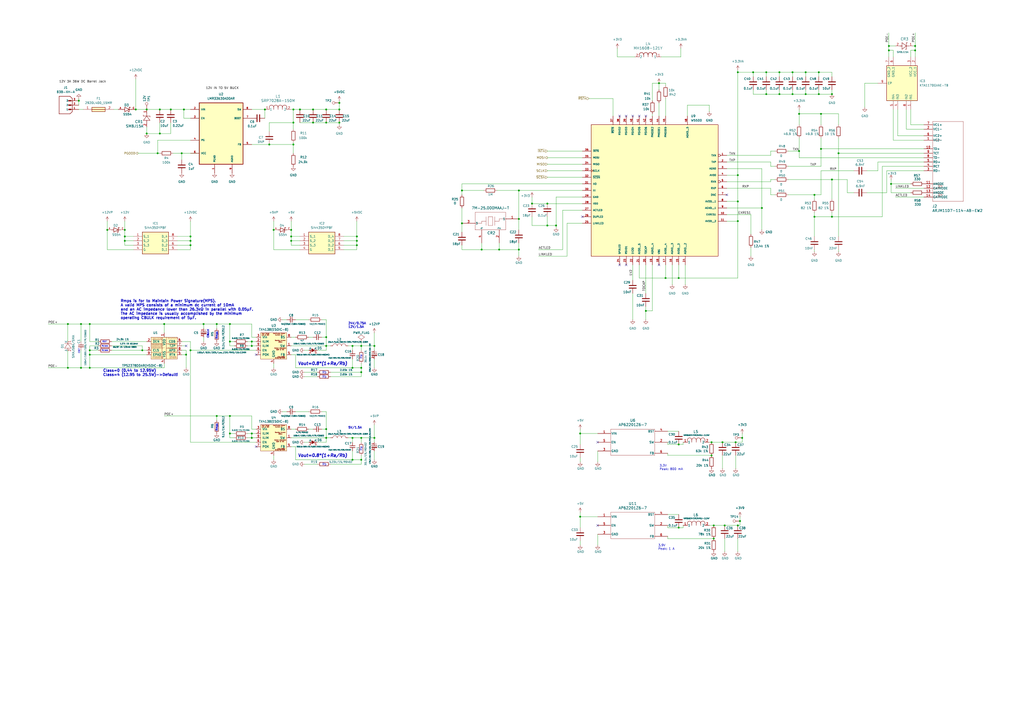
<source format=kicad_sch>
(kicad_sch (version 20250114) (generator "eeschema") (generator_version "9.0")
  (paper "A2")
  (title_block (date "2024-03-05"))
  (bus_alias "Main_BUS" (members "GPIO0" "GPIO1\\U0TXD" "GPIO2\\HS2_DATA0" "GPIO3\\U0RXD" "GPIO4\\U1TXD" "GPIO5\\SPI_CS" "GPIO13\\I2C-SDA(MTCK)" "GPIO14\\HS2_CLK(MTMS)" "GPIO15\\HS2_CMD(MTDO)" "GPIO16\\I2C-SCL" "GPIO32" "GPIO33" "GPI34\\BUT1" "GPI35" "GPI36\\U1RXD" "GPI39" "ESP_EN" "GPIO12\\PHY_PWR(MTDI)"))
  (text "5V/1.5A" (at 201.93 248.92 0) (effects (font (size 1.27 1.27) (thickness 0.254) (bold yes)) (justify left bottom)))
  (text "CDET" (at 46.355 205.105 90) (effects (font (size 0.762 0.762) (thickness 0.1524) (bold yes)) (justify left bottom)))
  (text "Ra" (at 210.185 259.08 90) (effects (font (size 1.27 1.27)) (justify right bottom)))
  (text "Rmps is for to Maintain Power Signature(MPS).\nA valid MPS consists of a minimum dc current of 10mA\nand an AC impedance lower than 26.3kΩ in parallel with 0.05μF.\nThe AC impedance is usually accomplished by the minimum \noperating CBULK requirement of 5μF." (at 69.85 185.42 0) (effects (font (size 1.524 1.524) (thickness 0.3048) (bold yes)) (justify left bottom)))
  (text "RDET" (at 62.23 198.755 0) (effects (font (size 0.762 0.762) (thickness 0.1524) (bold yes)) (justify right bottom)))
  (text "3.3V\nPeak: 800 mA" (at 382.524 271.272 0) (effects (font (size 1.27 1.27)) (justify left)))
  (text "Rmps" (at 126.365 250.19 90) (effects (font (size 1.016 1.016) (thickness 0.3048) (bold yes)) (justify left bottom)))
  (text "Rclass" (at 62.865 203.835 0) (effects (font (size 0.762 0.762) (thickness 0.1524) (bold yes)) (justify right bottom)))
  (text "Rb" (at 189.484 219.456 0) (effects (font (size 1.27 1.27)) (justify right bottom)))
  (text "24V/0.75A\n12V/1.5A" (at 201.93 190.5 0) (effects (font (size 1.27 1.27) (thickness 0.254) (bold yes)) (justify left bottom)))
  (text "Vout=0.8*(1+Ra/Rb)" (at 172.72 265.43 0) (effects (font (size 1.778 1.778) (thickness 0.3556) (bold yes) (italic yes)) (justify left bottom)))
  (text "Rb" (at 189.484 270.256 0) (effects (font (size 1.27 1.27)) (justify right bottom)))
  (text "Ra" (at 210.185 205.74 90) (effects (font (size 1.27 1.27)) (justify right bottom)))
  (text "Rmps" (at 126.365 196.85 90) (effects (font (size 1.016 1.016) (thickness 0.3048) (bold yes)) (justify left bottom)))
  (text "Class=0 (0.44 to 12.95W)\nClass=4 (12.95 to 25.5W)->Default!" (at 59.69 218.44 0) (effects (font (size 1.524 1.524) (thickness 0.3048) (bold yes)) (justify left bottom)))
  (text "3.9V\nPeak: 1 A" (at 381.762 317.5 0) (effects (font (size 1.27 1.27)) (justify left)))
  (text "Rb" (at 189.484 216.916 0) (effects (font (size 1.27 1.27)) (justify right bottom)))
  (text "Rclass" (at 62.865 201.295 0) (effects (font (size 0.762 0.762) (thickness 0.1524) (bold yes)) (justify right bottom)))
  (text "CBULK" (at 121.285 196.215 90) (effects (font (size 1.016 1.016) (thickness 0.3048) (bold yes)) (justify left bottom)))
  (text "Vout=0.8*(1+Ra/Rb)" (at 172.72 212.09 0) (effects (font (size 1.778 1.778) (thickness 0.3556) (bold yes) (italic yes)) (justify left bottom)))
  (junction (at 110.49 142.24))
  (junction (at 189.23 248.92))
  (junction (at 474.98 41.91))
  (junction (at 146.05 251.46))
  (junction (at 146.05 198.12))
  (junction (at 168.91 139.7))
  (junction (at 170.18 71.12))
  (junction (at 39.37 187.96))
  (junction (at 515.62 29.21))
  (junction (at 430.53 254))
  (junction (at 105.41 88.9))
  (junction (at 72.39 137.16))
  (junction (at 472.44 113.03))
  (junction (at 207.01 142.24))
  (junction (at 189.23 200.66))
  (junction (at 476.25 86.36))
  (junction (at 474.98 54.61))
  (junction (at 196.85 71.12))
  (junction (at 336.55 299.72))
  (junction (at 207.01 139.7))
  (junction (at 317.5 130.81))
  (junction (at 530.86 26.67))
  (junction (at 300.99 144.78))
  (junction (at 133.35 198.12))
  (junction (at 459.74 54.61))
  (junction (at 189.23 63.5))
  (junction (at 118.11 187.96))
  (junction (at 427.99 41.91))
  (junction (at 436.88 41.91))
  (junction (at 393.7 306.07))
  (junction (at 463.55 66.04))
  (junction (at 52.07 203.2))
  (junction (at 279.4 144.78))
  (junction (at 39.37 213.36))
  (junction (at 515.62 26.67))
  (junction (at 476.25 66.04))
  (junction (at 46.99 213.36))
  (junction (at 146.05 200.66))
  (junction (at 467.36 41.91))
  (junction (at 110.49 203.2))
  (junction (at 427.99 116.84))
  (junction (at 516.89 106.68))
  (junction (at 336.55 251.46))
  (junction (at 92.71 63.5))
  (junction (at 204.47 200.66))
  (junction (at 419.1 256.54))
  (junction (at 85.09 63.5))
  (junction (at 426.72 256.54))
  (junction (at 322.58 130.81))
  (junction (at 110.49 137.16))
  (junction (at 133.35 187.96))
  (junction (at 52.07 213.36))
  (junction (at 267.97 129.54))
  (junction (at 52.07 187.96))
  (junction (at 444.5 41.91))
  (junction (at 125.73 187.96))
  (junction (at 92.71 77.47))
  (junction (at 209.55 215.9))
  (junction (at 482.6 104.14))
  (junction (at 204.47 213.36))
  (junction (at 420.37 304.8))
  (junction (at 173.99 63.5))
  (junction (at 463.55 87.63))
  (junction (at 530.86 29.21))
  (junction (at 374.65 180.34))
  (junction (at 459.74 41.91))
  (junction (at 427.99 101.6))
  (junction (at 46.99 187.96))
  (junction (at 170.18 83.82))
  (junction (at 427.99 304.8))
  (junction (at 62.23 133.35))
  (junction (at 209.55 200.66))
  (junction (at 107.95 205.74))
  (junction (at 156.21 83.82))
  (junction (at 289.56 144.78))
  (junction (at 414.02 304.8))
  (junction (at 181.61 71.12))
  (junction (at 482.6 54.61))
  (junction (at 170.18 63.5))
  (junction (at 393.7 257.81))
  (junction (at 452.12 41.91))
  (junction (at 189.23 71.12))
  (junction (at 72.39 133.35))
  (junction (at 472.44 125.73))
  (junction (at 133.35 251.46))
  (junction (at 95.25 187.96))
  (junction (at 382.27 48.26))
  (junction (at 168.91 137.16))
  (junction (at 91.44 88.9))
  (junction (at 196.85 63.5))
  (junction (at 300.99 110.49))
  (junction (at 153.67 63.5))
  (junction (at 133.35 241.3))
  (junction (at 189.23 254))
  (junction (at 204.47 254))
  (junction (at 85.09 77.47))
  (junction (at 444.5 54.61))
  (junction (at 414.02 312.42))
  (junction (at 72.39 139.7))
  (junction (at 82.55 203.2))
  (junction (at 441.96 120.65))
  (junction (at 393.7 161.29))
  (junction (at 486.41 88.9))
  (junction (at 196.85 59.69))
  (junction (at 158.75 133.35))
  (junction (at 300.99 127))
  (junction (at 429.26 302.26))
  (junction (at 45.72 58.42))
  (junction (at 110.49 139.7))
  (junction (at 52.07 205.74))
  (junction (at 217.17 200.66))
  (junction (at 317.5 118.11))
  (junction (at 427.99 128.27))
  (junction (at 209.55 213.36))
  (junction (at 99.06 63.5))
  (junction (at 482.6 125.73))
  (junction (at 181.61 63.5))
  (junction (at 267.97 110.49))
  (junction (at 217.17 254))
  (junction (at 146.05 254))
  (junction (at 209.55 266.7))
  (junction (at 386.08 161.29))
  (junction (at 209.55 254))
  (junction (at 412.75 256.54))
  (junction (at 467.36 54.61))
  (junction (at 168.91 133.35))
  (junction (at 412.75 264.16))
  (junction (at 207.01 137.16))
  (junction (at 204.47 266.7))
  (junction (at 78.74 63.5))
  (junction (at 308.61 118.11))
  (junction (at 452.12 54.61))
  (junction (at 189.23 195.58))
  (junction (at 106.68 63.5))
  (junction (at 125.73 241.3))
  (no_connect (at 148.59 205.74))
  (no_connect (at 359.41 67.31))
  (no_connect (at 148.59 259.08))
  (no_connect (at 337.82 125.73))
  (no_connect (at 363.22 153.67))
  (no_connect (at 363.22 67.31))
  (no_connect (at 346.71 304.8))
  (no_connect (at 421.64 113.03))
  (no_connect (at 370.84 67.31))
  (no_connect (at 367.03 67.31))
  (no_connect (at 107.95 200.66))
  (no_connect (at 359.41 153.67))
  (no_connect (at 374.65 67.31))
  (no_connect (at 346.71 256.54))
  (no_connect (at 382.27 153.67))
  (wire (pts (xy 430.53 254) (xy 430.53 251.46)))
  (wire (pts (xy 486.41 66.04) (xy 476.25 66.04)))
  (wire (pts (xy 486.41 88.9) (xy 486.41 137.16)))
  (wire (pts (xy 267.97 129.54) (xy 267.97 134.62)))
  (wire (pts (xy 387.35 256.54) (xy 387.35 257.81)))
  (wire (pts (xy 72.39 137.16) (xy 72.39 139.7)))
  (wire (pts (xy 420.37 304.8) (xy 427.99 304.8)))
  (wire (pts (xy 482.6 125.73) (xy 472.44 125.73)))
  (wire (pts (xy 530.86 26.67) (xy 530.86 29.21)))
  (wire (pts (xy 427.99 161.29) (xy 393.7 161.29)))
  (wire (pts (xy 217.17 203.2) (xy 217.17 200.66)))
  (wire (pts (xy 181.61 63.5) (xy 189.23 63.5)))
  (wire (pts (xy 520.7 78.74) (xy 520.7 63.5)))
  (wire (pts (xy 378.46 153.67) (xy 378.46 180.34)))
  (wire (pts (xy 72.39 139.7) (xy 77.47 139.7)))
  (wire (pts (xy 110.49 139.7) (xy 110.49 142.24)))
  (wire (pts (xy 125.73 241.3) (xy 133.35 241.3)))
  (wire (pts (xy 414.02 304.8) (xy 420.37 304.8)))
  (wire (pts (xy 300.99 127) (xy 300.99 133.35)))
  (wire (pts (xy 482.6 54.61) (xy 482.6 52.07)))
  (wire (pts (xy 300.99 110.49) (xy 337.82 110.49)))
  (wire (pts (xy 133.35 198.12) (xy 133.35 200.66)))
  (wire (pts (xy 447.04 104.14) (xy 449.58 104.14)))
  (wire (pts (xy 435.61 124.46) (xy 435.61 135.89)))
  (wire (pts (xy 92.71 63.5) (xy 99.06 63.5)))
  (wire (pts (xy 146.05 63.5) (xy 153.67 63.5)))
  (wire (pts (xy 204.47 203.2) (xy 204.47 200.66)))
  (wire (pts (xy 447.04 93.98) (xy 447.04 96.52)))
  (wire (pts (xy 459.74 41.91) (xy 452.12 41.91)))
  (wire (pts (xy 336.55 257.81) (xy 336.55 251.46)))
  (wire (pts (xy 57.15 198.12) (xy 52.07 198.12)))
  (wire (pts (xy 168.91 63.5) (xy 170.18 63.5)))
  (wire (pts (xy 452.12 41.91) (xy 452.12 44.45)))
  (wire (pts (xy 337.82 129.54) (xy 328.93 129.54)))
  (wire (pts (xy 181.61 71.12) (xy 189.23 71.12)))
  (wire (pts (xy 358.14 27.94) (xy 358.14 33.02)))
  (wire (pts (xy 529.59 26.67) (xy 530.86 26.67)))
  (wire (pts (xy 267.97 110.49) (xy 267.97 106.68)))
  (wire (pts (xy 459.74 54.61) (xy 467.36 54.61)))
  (wire (pts (xy 421.64 124.46) (xy 435.61 124.46)))
  (wire (pts (xy 312.42 148.59) (xy 328.93 148.59)))
  (wire (pts (xy 501.65 48.26) (xy 501.65 62.23)))
  (wire (pts (xy 209.55 215.9) (xy 209.55 218.44)))
  (wire (pts (xy 173.99 71.12) (xy 181.61 71.12)))
  (wire (pts (xy 326.39 121.92) (xy 326.39 144.78)))
  (wire (pts (xy 196.85 58.42) (xy 196.85 59.69)))
  (wire (pts (xy 336.55 313.69) (xy 336.55 316.23)))
  (wire (pts (xy 337.82 121.92) (xy 326.39 121.92)))
  (wire (pts (xy 146.05 200.66) (xy 148.59 200.66)))
  (wire (pts (xy 518.16 29.21) (xy 518.16 33.02)))
  (wire (pts (xy 491.49 104.14) (xy 491.49 111.76)))
  (wire (pts (xy 52.07 205.74) (xy 52.07 213.36)))
  (wire (pts (xy 85.09 63.5) (xy 92.71 63.5)))
  (wire (pts (xy 387.35 298.45) (xy 393.7 298.45)))
  (wire (pts (xy 509.27 48.26) (xy 501.65 48.26)))
  (wire (pts (xy 511.81 125.73) (xy 482.6 125.73)))
  (wire (pts (xy 474.98 41.91) (xy 467.36 41.91)))
  (wire (pts (xy 217.17 193.04) (xy 217.17 200.66)))
  (wire (pts (xy 62.23 128.27) (xy 62.23 133.35)))
  (wire (pts (xy 207.01 144.78) (xy 207.01 142.24)))
  (wire (pts (xy 387.35 304.8) (xy 387.35 306.07)))
  (wire (pts (xy 189.23 254) (xy 189.23 256.54)))
  (wire (pts (xy 196.85 59.69) (xy 196.85 63.5)))
  (wire (pts (xy 179.07 256.54) (xy 176.53 256.54)))
  (wire (pts (xy 156.21 83.82) (xy 170.18 83.82)))
  (wire (pts (xy 146.05 251.46) (xy 146.05 254)))
  (wire (pts (xy 170.18 71.12) (xy 170.18 74.93)))
  (wire (pts (xy 472.44 113.03) (xy 476.25 113.03)))
  (wire (pts (xy 459.74 52.07) (xy 459.74 54.61)))
  (wire (pts (xy 99.06 77.47) (xy 99.06 71.12)))
  (wire (pts (xy 170.18 83.82) (xy 170.18 88.9)))
  (wire (pts (xy 374.65 180.34) (xy 374.65 185.42)))
  (wire (pts (xy 393.7 161.29) (xy 386.08 161.29)))
  (wire (pts (xy 148.59 251.46) (xy 146.05 251.46)))
  (wire (pts (xy 133.35 198.12) (xy 133.35 187.96)))
  (wire (pts (xy 189.23 185.42) (xy 186.69 185.42)))
  (wire (pts (xy 125.73 190.5) (xy 125.73 187.96)))
  (wire (pts (xy 173.99 142.24) (xy 168.91 142.24)))
  (wire (pts (xy 52.07 187.96) (xy 95.25 187.96)))
  (wire (pts (xy 467.36 41.91) (xy 459.74 41.91)))
  (wire (pts (xy 436.88 41.91) (xy 436.88 44.45)))
  (wire (pts (xy 102.87 139.7) (xy 110.49 139.7)))
  (wire (pts (xy 463.55 66.04) (xy 463.55 63.5)))
  (wire (pts (xy 110.49 256.54) (xy 148.59 256.54)))
  (wire (pts (xy 387.35 306.07) (xy 393.7 306.07)))
  (wire (pts (xy 346.71 309.88) (xy 346.71 316.23)))
  (wire (pts (xy 367.03 170.18) (xy 367.03 185.42)))
  (wire (pts (xy 463.55 66.04) (xy 476.25 66.04)))
  (wire (pts (xy 519.43 114.3) (xy 535.94 114.3)))
  (wire (pts (xy 45.72 57.15) (xy 45.72 58.42)))
  (wire (pts (xy 110.49 137.16) (xy 110.49 139.7)))
  (wire (pts (xy 184.15 203.2) (xy 189.23 203.2)))
  (wire (pts (xy 46.99 213.36) (xy 52.07 213.36)))
  (wire (pts (xy 133.35 254) (xy 135.89 254)))
  (wire (pts (xy 106.68 68.58) (xy 106.68 63.5)))
  (wire (pts (xy 447.04 96.52) (xy 449.58 96.52)))
  (wire (pts (xy 396.24 306.07) (xy 393.7 306.07)))
  (wire (pts (xy 457.2 96.52) (xy 476.25 96.52)))
  (wire (pts (xy 163.83 185.42) (xy 166.37 185.42)))
  (wire (pts (xy 168.91 195.58) (xy 171.45 195.58)))
  (wire (pts (xy 171.45 266.7) (xy 171.45 259.08)))
  (wire (pts (xy 476.25 86.36) (xy 476.25 96.52)))
  (wire (pts (xy 189.23 248.92) (xy 186.69 248.92)))
  (wire (pts (xy 189.23 248.92) (xy 189.23 238.76)))
  (wire (pts (xy 387.35 250.19) (xy 393.7 250.19)))
  (wire (pts (xy 317.5 130.81) (xy 317.5 125.73)))
  (wire (pts (xy 421.64 93.98) (xy 447.04 93.98)))
  (wire (pts (xy 429.26 302.26) (xy 429.26 299.72)))
  (wire (pts (xy 189.23 195.58) (xy 189.23 185.42)))
  (wire (pts (xy 427.99 116.84) (xy 427.99 128.27)))
  (wire (pts (xy 204.47 200.66) (xy 209.55 200.66)))
  (wire (pts (xy 312.42 144.78) (xy 326.39 144.78)))
  (wire (pts (xy 476.25 86.36) (xy 535.94 86.36)))
  (wire (pts (xy 516.89 104.14) (xy 516.89 106.68)))
  (wire (pts (xy 168.91 139.7) (xy 168.91 142.24)))
  (wire (pts (xy 426.72 264.16) (xy 426.72 271.78)))
  (wire (pts (xy 463.55 72.39) (xy 463.55 66.04)))
  (wire (pts (xy 444.5 41.91) (xy 444.5 44.45)))
  (wire (pts (xy 383.54 33.02) (xy 394.97 33.02)))
  (wire (pts (xy 179.07 185.42) (xy 171.45 185.42)))
  (wire (pts (xy 92.71 71.12) (xy 92.71 77.47)))
  (wire (pts (xy 146.05 83.82) (xy 156.21 83.82)))
  (wire (pts (xy 39.37 187.96) (xy 46.99 187.96)))
  (wire (pts (xy 427.99 41.91) (xy 427.99 101.6)))
  (wire (pts (xy 209.55 213.36) (xy 209.55 215.9)))
  (wire (pts (xy 421.64 97.79) (xy 441.96 97.79)))
  (wire (pts (xy 398.78 67.31) (xy 398.78 60.96)))
  (wire (pts (xy 267.97 113.03) (xy 267.97 110.49)))
  (wire (pts (xy 179.07 248.92) (xy 181.61 248.92)))
  (wire (pts (xy 77.47 144.78) (xy 62.23 144.78)))
  (wire (pts (xy 421.64 120.65) (xy 441.96 120.65)))
  (wire (pts (xy 427.99 312.42) (xy 427.99 320.04)))
  (wire (pts (xy 217.17 208.28) (xy 217.17 213.36)))
  (wire (pts (xy 300.99 144.78) (xy 300.99 148.59)))
  (wire (pts (xy 209.55 254) (xy 217.17 254)))
  (wire (pts (xy 207.01 139.7) (xy 207.01 142.24)))
  (wire (pts (xy 367.03 153.67) (xy 367.03 162.56)))
  (wire (pts (xy 170.18 63.5) (xy 173.99 63.5)))
  (wire (pts (xy 328.93 129.54) (xy 328.93 148.59)))
  (wire (pts (xy 91.44 88.9) (xy 92.71 88.9)))
  (wire (pts (xy 486.41 72.39) (xy 486.41 66.04)))
  (wire (pts (xy 64.77 198.12) (xy 85.09 198.12)))
  (wire (pts (xy 189.23 71.12) (xy 196.85 71.12)))
  (wire (pts (xy 191.77 254) (xy 189.23 254)))
  (wire (pts (xy 518.16 81.28) (xy 518.16 63.5)))
  (wire (pts (xy 106.68 63.5) (xy 110.49 63.5)))
  (wire (pts (xy 64.77 203.2) (xy 82.55 203.2)))
  (wire (pts (xy 426.72 256.54) (xy 430.53 256.54)))
  (wire (pts (xy 467.36 54.61) (xy 474.98 54.61)))
  (wire (pts (xy 143.51 198.12) (xy 146.05 198.12)))
  (wire (pts (xy 57.15 203.2) (xy 52.07 203.2)))
  (wire (pts (xy 472.44 113.03) (xy 472.44 115.57)))
  (wire (pts (xy 482.6 44.45) (xy 482.6 41.91)))
  (wire (pts (xy 189.23 254) (xy 189.23 248.92)))
  (wire (pts (xy 463.55 80.01) (xy 463.55 87.63)))
  (wire (pts (xy 396.24 304.8) (xy 396.24 306.07)))
  (wire (pts (xy 378.46 58.42) (xy 378.46 48.26)))
  (wire (pts (xy 394.97 27.94) (xy 394.97 33.02)))
  (wire (pts (xy 179.07 203.2) (xy 176.53 203.2)))
  (wire (pts (xy 457.2 113.03) (xy 472.44 113.03)))
  (wire (pts (xy 393.7 153.67) (xy 393.7 161.29)))
  (wire (pts (xy 267.97 110.49) (xy 280.67 110.49)))
  (wire (pts (xy 436.88 52.07) (xy 436.88 54.61)))
  (wire (pts (xy 397.51 153.67) (xy 397.51 165.1)))
  (wire (pts (xy 447.04 109.22) (xy 421.64 109.22)))
  (wire (pts (xy 472.44 123.19) (xy 472.44 125.73)))
  (wire (pts (xy 308.61 125.73) (xy 308.61 130.81)))
  (wire (pts (xy 441.96 120.65) (xy 441.96 133.35)))
  (wire (pts (xy 386.08 57.15) (xy 386.08 67.31)))
  (wire (pts (xy 170.18 63.5) (xy 170.18 71.12)))
  (wire (pts (xy 209.55 203.2) (xy 209.55 200.66)))
  (wire (pts (xy 46.99 203.2) (xy 46.99 213.36)))
  (wire (pts (xy 355.6 67.31) (xy 355.6 57.15)))
  (wire (pts (xy 146.05 254) (xy 148.59 254)))
  (wire (pts (xy 322.58 132.08) (xy 322.58 130.81)))
  (wire (pts (xy 118.11 195.58) (xy 118.11 198.12)))
  (wire (pts (xy 476.25 99.06) (xy 476.25 113.03)))
  (wire (pts (xy 158.75 133.35) (xy 158.75 144.78)))
  (wire (pts (xy 204.47 213.36) (xy 171.45 213.36)))
  (wire (pts (xy 411.48 304.8) (xy 414.02 304.8)))
  (wire (pts (xy 135.89 251.46) (xy 133.35 251.46)))
  (wire (pts (xy 204.47 266.7) (xy 209.55 266.7)))
  (wire (pts (xy 476.25 72.39) (xy 476.25 66.04)))
  (wire (pts (xy 336.55 251.46) (xy 336.55 248.92)))
  (wire (pts (xy 204.47 261.62) (xy 204.47 266.7)))
  (wire (pts (xy 516.89 106.68) (xy 528.32 106.68)))
  (wire (pts (xy 110.49 68.58) (xy 106.68 68.58)))
  (wire (pts (xy 515.62 26.67) (xy 515.62 29.21)))
  (wire (pts (xy 45.72 63.5) (xy 48.26 63.5)))
  (wire (pts (xy 184.15 218.44) (xy 176.53 218.44)))
  (wire (pts (xy 72.39 137.16) (xy 77.47 137.16)))
  (wire (pts (xy 535.94 91.44) (xy 463.55 91.44)))
  (wire (pts (xy 78.74 45.72) (xy 78.74 63.5)))
  (wire (pts (xy 105.41 88.9) (xy 105.41 92.71)))
  (wire (pts (xy 486.41 88.9) (xy 486.41 80.01)))
  (wire (pts (xy 411.48 60.96) (xy 411.48 64.77)))
  (wire (pts (xy 85.09 73.66) (xy 85.09 77.47)))
  (wire (pts (xy 184.15 256.54) (xy 189.23 256.54)))
  (wire (pts (xy 382.27 48.26) (xy 382.27 52.07)))
  (wire (pts (xy 45.72 58.42) (xy 45.72 60.96)))
  (wire (pts (xy 102.87 144.78) (xy 110.49 144.78)))
  (wire (pts (xy 514.35 111.76) (xy 514.35 99.06)))
  (wire (pts (xy 267.97 142.24) (xy 267.97 144.78)))
  (wire (pts (xy 95.25 210.82) (xy 95.25 213.36)))
  (wire (pts (xy 105.41 205.74) (xy 107.95 205.74)))
  (wire (pts (xy 467.36 52.07) (xy 467.36 54.61)))
  (wire (pts (xy 317.5 118.11) (xy 337.82 118.11)))
  (wire (pts (xy 125.73 187.96) (xy 133.35 187.96)))
  (wire (pts (xy 515.62 33.02) (xy 515.62 29.21)))
  (wire (pts (xy 52.07 200.66) (xy 52.07 203.2)))
  (wire (pts (xy 199.39 142.24) (xy 207.01 142.24)))
  (wire (pts (xy 85.09 77.47) (xy 92.71 77.47)))
  (wire (pts (xy 82.55 200.66) (xy 82.55 203.2)))
  (wire (pts (xy 419.1 256.54) (xy 426.72 256.54)))
  (wire (pts (xy 389.89 153.67) (xy 389.89 165.1)))
  (wire (pts (xy 168.91 137.16) (xy 168.91 139.7)))
  (wire (pts (xy 491.49 111.76) (xy 495.3 111.76)))
  (wire (pts (xy 95.25 187.96) (xy 95.25 193.04)))
  (wire (pts (xy 204.47 254) (xy 209.55 254)))
  (wire (pts (xy 209.55 210.82) (xy 209.55 213.36)))
  (wire (pts (xy 482.6 123.19) (xy 482.6 125.73)))
  (wire (pts (xy 511.81 96.52) (xy 511.81 125.73)))
  (wire (pts (xy 184.15 269.24) (xy 176.53 269.24)))
  (wire (pts (xy 209.55 266.7) (xy 209.55 269.24)))
  (wire (pts (xy 110.49 203.2) (xy 148.59 203.2)))
  (wire (pts (xy 78.74 63.5) (xy 85.09 63.5)))
  (wire (pts (xy 452.12 41.91) (xy 444.5 41.91)))
  (wire (pts (xy 199.39 139.7) (xy 207.01 139.7)))
  (wire (pts (xy 322.58 114.3) (xy 322.58 130.81)))
  (wire (pts (xy 515.62 19.05) (xy 515.62 26.67)))
  (wire (pts (xy 386.08 48.26) (xy 382.27 48.26)))
  (wire (pts (xy 46.99 198.12) (xy 46.99 187.96)))
  (wire (pts (xy 27.94 187.96) (xy 39.37 187.96)))
  (wire (pts (xy 95.25 187.96) (xy 118.11 187.96)))
  (wire (pts (xy 143.51 251.46) (xy 146.05 251.46)))
  (wire (pts (xy 110.49 144.78) (xy 110.49 142.24)))
  (wire (pts (xy 156.21 76.2) (xy 156.21 71.12)))
  (wire (pts (xy 27.94 213.36) (xy 39.37 213.36)))
  (wire (pts (xy 387.35 264.16) (xy 412.75 264.16)))
  (wire (pts (xy 209.55 200.66) (xy 217.17 200.66)))
  (wire (pts (xy 374.65 177.8) (xy 374.65 180.34)))
  (wire (pts (xy 110.49 81.28) (xy 91.44 81.28)))
  (wire (pts (xy 457.2 104.14) (xy 482.6 104.14)))
  (wire (pts (xy 387.35 312.42) (xy 414.02 312.42)))
  (wire (pts (xy 336.55 265.43) (xy 336.55 267.97)))
  (wire (pts (xy 107.95 200.66) (xy 105.41 200.66)))
  (wire (pts (xy 201.93 200.66) (xy 204.47 200.66)))
  (wire (pts (xy 72.39 139.7) (xy 72.39 142.24)))
  (wire (pts (xy 148.59 198.12) (xy 146.05 198.12)))
  (wire (pts (xy 168.91 128.27) (xy 168.91 133.35)))
  (wire (pts (xy 472.44 144.78) (xy 472.44 146.05)))
  (wire (pts (xy 516.89 111.76) (xy 516.89 106.68)))
  (wire (pts (xy 209.55 256.54) (xy 209.55 254)))
  (wire (pts (xy 146.05 248.92) (xy 148.59 248.92)))
  (wire (pts (xy 535.94 78.74) (xy 520.7 78.74)))
  (wire (pts (xy 386.08 161.29) (xy 386.08 153.67)))
  (wire (pts (xy 267.97 120.65) (xy 267.97 129.54)))
  (wire (pts (xy 436.88 54.61) (xy 444.5 54.61)))
  (wire (pts (xy 476.25 80.01) (xy 476.25 86.36)))
  (wire (pts (xy 535.94 72.39) (xy 528.32 72.39)))
  (wire (pts (xy 463.55 91.44) (xy 463.55 87.63)))
  (wire (pts (xy 168.91 259.08) (xy 171.45 259.08)))
  (wire (pts (xy 519.43 26.67) (xy 515.62 26.67)))
  (wire (pts (xy 441.96 97.79) (xy 441.96 120.65)))
  (wire (pts (xy 482.6 104.14) (xy 491.49 104.14)))
  (wire (pts (xy 421.64 116.84) (xy 427.99 116.84)))
  (wire (pts (xy 398.78 60.96) (xy 411.48 60.96)))
  (wire (pts (xy 100.33 88.9) (xy 105.41 88.9)))
  (wire (pts (xy 196.85 71.12) (xy 196.85 72.39)))
  (wire (pts (xy 189.23 63.5) (xy 196.85 63.5)))
  (wire (pts (xy 179.07 238.76) (xy 171.45 238.76)))
  (wire (pts (xy 146.05 241.3) (xy 146.05 248.92)))
  (wire (pts (xy 170.18 82.55) (xy 170.18 83.82)))
  (wire (pts (xy 72.39 133.35) (xy 72.39 137.16)))
  (wire (pts (xy 300.99 140.97) (xy 300.99 144.78)))
  (wire (pts (xy 133.35 200.66) (xy 135.89 200.66)))
  (wire (pts (xy 189.23 195.58) (xy 186.69 195.58)))
  (wire (pts (xy 289.56 140.97) (xy 289.56 144.78)))
  (wire (pts (xy 168.91 205.74) (xy 171.45 205.74)))
  (wire (pts (xy 168.91 200.66) (xy 189.23 200.66)))
  (wire (pts (xy 153.67 68.58) (xy 153.67 63.5)))
  (wire (pts (xy 396.24 256.54) (xy 396.24 257.81)))
  (wire (pts (xy 102.87 142.24) (xy 110.49 142.24)))
  (wire (pts (xy 317.5 102.87) (xy 337.82 102.87)))
  (wire (pts (xy 528.32 63.5) (xy 528.32 72.39)))
  (wire (pts (xy 107.95 203.2) (xy 107.95 205.74)))
  (wire (pts (xy 189.23 200.66) (xy 189.23 195.58)))
  (wire (pts (xy 459.74 41.91) (xy 459.74 44.45)))
  (wire (pts (xy 447.04 87.63) (xy 449.58 87.63)))
  (wire (pts (xy 95.25 241.3) (xy 125.73 241.3)))
  (wire (pts (xy 133.35 241.3) (xy 146.05 241.3)))
  (wire (pts (xy 189.23 200.66) (xy 189.23 203.2)))
  (wire (pts (xy 474.98 52.07) (xy 474.98 54.61)))
  (wire (pts (xy 267.97 144.78) (xy 279.4 144.78)))
  (wire (pts (xy 308.61 130.81) (xy 317.5 130.81)))
  (wire (pts (xy 184.15 215.9) (xy 176.53 215.9)))
  (wire (pts (xy 452.12 52.07) (xy 452.12 54.61)))
  (wire (pts (xy 457.2 87.63) (xy 463.55 87.63)))
  (wire (pts (xy 146.05 187.96) (xy 146.05 195.58)))
  (wire (pts (xy 204.47 213.36) (xy 209.55 213.36)))
  (wire (pts (xy 482.6 104.14) (xy 482.6 115.57)))
  (wire (pts (xy 436.88 41.91) (xy 427.99 41.91)))
  (wire (pts (xy 207.01 137.16) (xy 207.01 139.7)))
  (wire (pts (xy 52.07 203.2) (xy 52.07 205.74)))
  (wire (pts (xy 146.05 198.12) (xy 146.05 200.66)))
  (wire (pts (xy 52.07 205.74) (xy 85.09 205.74)))
  (wire (pts (xy 171.45 213.36) (xy 171.45 205.74)))
  (wire (pts (xy 199.39 137.16) (xy 207.01 137.16)))
  (wire (pts (xy 452.12 54.61) (xy 459.74 54.61)))
  (wire (pts (xy 173.99 144.78) (xy 158.75 144.78)))
  (wire (pts (xy 386.08 48.26) (xy 386.08 49.53)))
  (wire (pts (xy 105.41 88.9) (xy 114.3 88.9)))
  (wire (pts (xy 168.91 248.92) (xy 171.45 248.92)))
  (wire (pts (xy 535.94 96.52) (xy 511.81 96.52)))
  (wire (pts (xy 168.91 137.16) (xy 173.99 137.16)))
  (wire (pts (xy 66.04 63.5) (xy 68.58 63.5)))
  (wire (pts (xy 156.21 71.12) (xy 170.18 71.12)))
  (wire (pts (xy 207.01 128.27) (xy 207.01 137.16)))
  (wire (pts (xy 519.43 109.22) (xy 535.94 109.22)))
  (wire (pts (xy 92.71 77.47) (xy 99.06 77.47)))
  (wire (pts (xy 427.99 40.64) (xy 427.99 41.91)))
  (wire (pts (xy 341.63 57.15) (xy 355.6 57.15)))
  (wire (pts (xy 105.41 203.2) (xy 107.95 203.2)))
  (wire (pts (xy 168.91 139.7) (xy 173.99 139.7)))
  (wire (pts (xy 95.25 213.36) (xy 52.07 213.36)))
  (wire (pts (xy 57.15 200.66) (xy 52.07 200.66)))
  (wire (pts (xy 412.75 256.54) (xy 419.1 256.54)))
  (wire (pts (xy 118.11 190.5) (xy 118.11 187.96)))
  (wire (pts (xy 62.23 133.35) (xy 62.23 144.78)))
  (wire (pts (xy 495.3 99.06) (xy 476.25 99.06)))
  (wire (pts (xy 99.06 63.5) (xy 106.68 63.5)))
  (wire (pts (xy 179.07 195.58) (xy 181.61 195.58)))
  (wire (pts (xy 336.55 251.46) (xy 346.71 251.46)))
  (wire (pts (xy 143.51 200.66) (xy 146.05 200.66)))
  (wire (pts (xy 427.99 304.8) (xy 429.26 304.8)))
  (wire (pts (xy 336.55 299.72) (xy 346.71 299.72)))
  (wire (pts (xy 427.99 101.6) (xy 427.99 116.84)))
  (wire (pts (xy 486.41 144.78) (xy 486.41 146.05)))
  (wire (pts (xy 317.5 91.44) (xy 337.82 91.44)))
  (wire (pts (xy 387.35 312.42) (xy 387.35 311.15)))
  (wire (pts (xy 346.71 261.62) (xy 346.71 267.97)))
  (wire (pts (xy 427.99 128.27) (xy 427.99 161.29)))
  (wire (pts (xy 91.44 81.28) (xy 91.44 88.9)))
  (wire (pts (xy 163.83 238.76) (xy 166.37 238.76)))
  (wire (pts (xy 444.5 52.07) (xy 444.5 54.61)))
  (wire (pts (xy 444.5 54.61) (xy 452.12 54.61)))
  (wire (pts (xy 317.5 99.06) (xy 337.82 99.06)))
  (wire (pts (xy 52.07 187.96) (xy 52.07 198.12)))
  (wire (pts (xy 288.29 110.49) (xy 300.99 110.49)))
  (wire (pts (xy 77.47 142.24) (xy 72.39 142.24)))
  (wire (pts (xy 528.32 29.21) (xy 530.86 29.21)))
  (wire (pts (xy 411.48 256.54) (xy 412.75 256.54)))
  (wire (pts (xy 421.64 105.41) (xy 447.04 105.41)))
  (wire (pts (xy 336.55 299.72) (xy 336.55 297.18)))
  (wire (pts (xy 430.53 256.54) (xy 430.53 254)))
  (wire (pts (xy 209.55 264.16) (xy 209.55 266.7)))
  (wire (pts (xy 474.98 41.91) (xy 474.98 44.45)))
  (wire (pts (xy 191.77 215.9) (xy 209.55 215.9)))
  (wire (pts (xy 525.78 74.93) (xy 525.78 63.5)))
  (wire (pts (xy 447.04 113.03) (xy 449.58 113.03)))
  (wire (pts (xy 535.94 88.9) (xy 486.41 88.9)))
  (wire (pts (xy 191.77 218.44) (xy 209.55 218.44)))
  (wire (pts (xy 110.49 256.54) (xy 110.49 203.2)))
  (wire (pts (xy 382.27 59.69) (xy 382.27 67.31)))
  (wire (pts (xy 396.24 257.81) (xy 393.7 257.81)))
  (wire (pts (xy 515.62 29.21) (xy 518.16 29.21)))
  (wire (pts (xy 173.99 63.5) (xy 181.61 63.5)))
  (wire (pts (xy 419.1 264.16) (xy 419.1 271.78)))
  (wire (pts (xy 102.87 137.16) (xy 110.49 137.16)))
  (wire (pts (xy 535.94 93.98) (xy 509.27 93.98)))
  (wire (pts (xy 143.51 254) (xy 146.05 254)))
  (wire (pts (xy 289.56 144.78) (xy 300.99 144.78)))
  (wire (pts (xy 110.49 128.27) (xy 110.49 137.16)))
  (wire (pts (xy 370.84 161.29) (xy 386.08 161.29)))
  (wire (pts (xy 279.4 144.78) (xy 289.56 144.78)))
  (wire (pts (xy 39.37 213.36) (xy 39.37 203.2)))
  (wire (pts (xy 482.6 41.91) (xy 474.98 41.91)))
  (wire (pts (xy 530.86 29.21) (xy 530.86 33.02)))
  (wire (pts (xy 535.94 74.93) (xy 525.78 74.93)))
  (wire (pts (xy 82.55 200.66) (xy 64.77 200.66)))
  (wire (pts (xy 509.27 99.06) (xy 502.92 99.06)))
  (wire (pts (xy 110.49 198.12) (xy 105.41 198.12)))
  (wire (pts (xy 378.46 67.31) (xy 378.46 66.04)))
  (wire (pts (xy 204.47 256.54) (xy 204.47 254)))
  (wire (pts (xy 199.39 144.78) (xy 207.01 144.78)))
  (wire (pts (xy 317.5 87.63) (xy 337.82 87.63)))
  (wire (pts (xy 217.17 246.38) (xy 217.17 254)))
  (wire (pts (xy 158.75 264.16) (xy 158.75 266.7)))
  (wire (pts (xy 158.75 210.82) (xy 158.75 213.36)))
  (wire (pts (xy 514.35 99.06) (xy 535.94 99.06)))
  (wire (pts (xy 530.86 19.05) (xy 530.86 26.67)))
  (wire (pts (xy 368.3 33.02) (xy 358.14 33.02)))
  (wire (pts (xy 535.94 81.28) (xy 518.16 81.28)))
  (wire (pts (xy 168.91 254) (xy 189.23 254)))
  (wire (pts (xy 168.91 133.35) (xy 168.91 137.16)))
  (wire (pts (xy 146.05 195.58) (xy 148.59 195.58)))
  (wire (pts (xy 420.37 312.42) (xy 420.37 320.04)))
  (wire (pts (xy 467.36 41.91) (xy 467.36 44.45)))
  (wire (pts (xy 317.5 95.25) (xy 337.82 95.25)))
  (wire (pts (xy 133.35 251.46) (xy 133.35 254)))
  (wire (pts (xy 191.77 269.24) (xy 209.55 269.24)))
  (wire (pts (xy 474.98 54.61) (xy 482.6 54.61)))
  (wire (pts (xy 72.39 128.27) (xy 72.39 133.35)))
  (wire (pts (xy 378.46 48.26) (xy 382.27 48.26)))
  (wire (pts (xy 46.99 187.96) (xy 52.07 187.96)))
  (wire (pts (xy 378.46 180.34) (xy 374.65 180.34)))
  (wire (pts (xy 336.55 306.07) (xy 336.55 299.72)))
  (wire (pts (xy 39.37 187.96) (xy 39.37 198.12)))
  (wire (pts (xy 110.49 203.2) (xy 110.49 198.12)))
  (wire (pts (xy 204.47 266.7) (xy 171.45 266.7)))
  (wire (pts (xy 502.92 111.76) (xy 514.35 111.76)))
  (wire (pts (xy 308.61 118.11) (xy 317.5 118.11)))
  (wire (pts (xy 435.61 143.51) (xy 435.61 148.59)))
  (wire (pts (xy 204.47 208.28) (xy 204.47 213.36)))
  (wire (pts (xy 421.64 90.17) (xy 447.04 90.17)))
  (wire (pts (xy 209.55 198.12) (xy 209.55 200.66)))
  (wire (pts (xy 308.61 114.3) (xy 308.61 118.11)))
  (wire (pts (xy 300.99 110.49) (xy 300.99 127)))
  (wire (pts (xy 370.84 153.67) (xy 370.84 161.29)))
  (wire (pts (xy 267.97 106.68) (xy 337.82 106.68)))
  (wire (pts (xy 82.55 203.2) (xy 85.09 203.2)))
  (wire (pts (xy 217.17 256.54) (xy 217.17 254)))
  (wire (pts (xy 444.5 41.91) (xy 436.88 41.91)))
  (wire (pts (xy 133.35 187.96) (xy 146.05 187.96)))
  (wire (pts (xy 118.11 187.96) (xy 125.73 187.96)))
  (wire (pts (xy 528.32 33.02) (xy 528.32 29.21)))
  (wire (pts (xy 133.35 251.46) (xy 133.35 241.3)))
  (wire (pts (xy 528.32 111.76) (xy 516.89 111.76)))
  (wire (pts (xy 135.89 198.12) (xy 133.35 198.12)))
  (wire (pts (xy 387.35 257.81) (xy 393.7 257.81)))
  (wire (pts (xy 447.04 113.03) (xy 447.04 109.22)))
  (wire (pts (xy 421.64 128.27) (xy 427.99 128.27)))
  (wire (pts (xy 279.4 140.97) (xy 279.4 144.78)))
  (wire (pts (xy 387.35 262.89) (xy 387.35 264.16)))
  (wire (pts (xy 80.01 88.9) (xy 91.44 88.9)))
  (wire (pts (xy 201.93 254) (xy 204.47 254)))
  (wire (pts (xy 217.17 261.62) (xy 217.17 266.7)))
  (wire (pts (xy 125.73 243.84) (xy 125.73 241.3)))
  (wire (pts (xy 374.65 153.67) (xy 374.65 170.18)))
  (wire (pts (xy 472.44 125.73) (xy 472.44 137.16)))
  (wire (pts (xy 107.95 205.74) (xy 107.95 213.36)))
  (wire (pts (xy 429.26 304.8) (xy 429.26 302.26)))
  (wire (pts (xy 39.37 213.36) (xy 46.99 213.36)))
  (wire (pts (xy 509.27 93.98) (xy 509.27 99.06)))
  (wire (pts (xy 447.04 105.41) (xy 447.04 104.14)))
  (wire (pts (xy 322.58 130.81) (xy 317.5 130.81)))
  (wire (pts (xy 447.04 90.17) (xy 447.04 87.63)))
  (wire (pts (xy 337.82 114.3) (xy 322.58 114.3)))
  (wire (pts (xy 189.23 238.76) (xy 186.69 238.76)))
  (wire (pts (xy 158.75 128.27) (xy 158.75 133.35)))
  (wire (pts (xy 421.64 101.6) (xy 427.99 101.6)))
  (wire (pts (xy 191.77 200.66) (xy 189.23 200.66)))
  (label "POE+" (at 95.25 241.3 0))
  (label "1V2" (at 367.03 160.02 90))
  (label "POE+" (at 530.86 19.05 270))
  (label "TXN" (at 459.74 87.63 0))
  (label "ACTLED" (at 312.42 144.78 0))
  (label "LINKLED" (at 312.42 148.59 0))
  (label "POE-" (at 27.94 213.36 0))
  (label "RXP" (at 430.53 109.22 0))
  (label "TXN" (at 422.91 90.17 0))
  (label "TXP" (at 422.91 93.98 0))
  (label "TXP" (at 469.9 96.52 0))
  (label "EXRES1" (at 435.61 124.46 180))
  (label "POE+" (at 27.94 187.96 0))
  (label "12V IN TO 5V BUCK" (at 119.38 52.07 0))
  (label "ACTLED" (at 519.43 114.3 0))
  (label "POE-" (at 515.62 19.05 270))
  (label "TOCAP" (at 374.65 168.91 90))
  (label "LINKLED" (at 519.43 109.22 0))
  (label "12V 3A 36W DC Barrel Jack" (at 34.29 48.26 0))
  (label "RXP" (at 481.33 99.06 0))
  (hierarchical_label "SCLK" (shape input) (at 317.5 99.06 180))
  (hierarchical_label "~{RSTn}" (shape input) (at 341.63 57.15 180))
  (hierarchical_label "~{SCSn}" (shape input) (at 317.5 102.87 180))
  (hierarchical_label "~{INTn}" (shape input) (at 317.5 87.63 180))
  (hierarchical_label "MISO" (shape input) (at 317.5 95.25 180))
  (hierarchical_label "MOSI" (shape output) (at 317.5 91.44 180))
  (hierarchical_label "PGOOD" (shape output) (at 80.01 88.9 180))
  (symbol (lib_id "power:GND") (at 170.18 96.52 0) (unit 1)
    (property "Reference" "#PWR020" (effects (hide yes)))
    (property "Value" "GND" (at 170.18 101.6 0))
    (property "Description" "Power symbol creates a global label with name \"GND\" , ground" (effects (hide yes)))
  )
  (symbol (lib_id "OLIMEX_Power:GND") (at 118.11 198.12 0) (unit 1)
    (property "Reference" "#PWR09" (effects (hide yes)))
    (property "Value" "GND" (at 118.11 201.93 0))
  )
  (symbol (lib_id "power:GND") (at 441.96 133.35 0) (unit 1)
    (property "Reference" "#PWR070" (effects (hide yes)))
    (property "Value" "GND" (at 446.024 134.62 0))
    (property "Description" "Power symbol creates a global label with name \"GND\" , ground" (effects (hide yes)))
  )
  (symbol (lib_id "Device:C") (at 189.23 67.31 0) (unit 1)
    (property "Reference" "C14" (at 193.04 67.31 0))
    (property "Value" "22uF" (at 193.04 69.85 0))
    (property "Footprint" "Capacitor_SMD:C_0805_2012Metric" (effects (hide yes)))
    (property "Description" "Unpolarized capacitor" (effects (hide yes)))
  )
  (symbol (lib_id "Device:R") (at 453.39 96.52 90) (unit 1)
    (property "Reference" "R49" (at 453.644 93.726 90))
    (property "Value" "0" (at 453.136 99.314 90))
    (property "Footprint" "Resistor_SMD:R_0603_1608Metric" (effects (hide yes)))
    (property "Description" "Resistor" (effects (hide yes)))
  )
  (symbol (lib_id "power:+12V") (at 158.75 128.27 0) (unit 1)
    (property "Reference" "#PWR014" (effects (hide yes)))
    (property "Value" "+5VP" (at 158.75 123.19 0))
    (property "Description" "Power symbol creates a global label with name \"+12V\"" (effects (hide yes)))
  )
  (symbol (lib_id "power:GND") (at 134.62 100.33 0) (unit 1)
    (property "Reference" "#PWR013" (effects (hide yes)))
    (property "Value" "GND" (at 134.62 105.41 0))
    (property "Description" "Power symbol creates a global label with name \"GND\" , ground" (effects (hide yes)))
  )
  (symbol (lib_id "OLIMEX_Power:GND") (at 176.53 269.24 270) (unit 1)
    (property "Reference" "#PWR025" (effects (hide yes)))
    (property "Value" "GND" (at 171.45 269.24 90))
  )
  (symbol (lib_id "OLIMEX_RCL:C") (at 184.15 248.92 270) (unit 1)
    (property "Reference" "C13" (at 184.15 246.38 90))
    (property "Value" "100nF/100V/10%/X7R/C0603" (at 179.07 252.73 90) (effects (font (size 0.762 0.762))))
    (property "Footprint" "OLIMEX_RLC-FP:C_0603_5MIL_DWS" (effects (hide yes)))
  )
  (symbol (lib_id "power:GND") (at 472.44 146.05 0) (unit 1)
    (property "Reference" "#PWR073" (effects (hide yes)))
    (property "Value" "GND" (at 472.44 151.13 0))
    (property "Description" "Power symbol creates a global label with name \"GND\" , ground" (effects (hide yes)))
  )
  (symbol (lib_id "power:+12V") (at 217.17 193.04 0) (unit 1)
    (property "Reference" "#PWR029" (effects (hide yes)))
    (property "Value" "+12VP" (at 217.17 187.96 0))
    (property "Description" "Power symbol creates a global label with name \"+12V\"" (effects (hide yes)))
  )
  (symbol (lib_id "Device:R") (at 532.13 111.76 90) (unit 1)
    (property "Reference" "R58" (at 532.13 116.332 90))
    (property "Value" "330" (at 532.384 118.618 90))
    (property "Footprint" "Resistor_SMD:R_0603_1608Metric" (effects (hide yes)))
    (property "Description" "Resistor" (effects (hide yes)))
  )
  (symbol (lib_id "power:GND") (at 196.85 72.39 0) (unit 1)
    (property "Reference" "#PWR027" (effects (hide yes)))
    (property "Value" "GND" (at 196.85 77.47 0))
    (property "Description" "Power symbol creates a global label with name \"GND\" , ground" (effects (hide yes)))
  )
  (symbol (lib_id "Device:R") (at 414.02 316.23 180) (unit 1)
    (property "Reference" "R31" (at 410.464 315.214 0))
    (property "Value" "20k 1%" (at 408.686 317.754 0))
    (property "Footprint" "Resistor_SMD:R_0603_1608Metric" (effects (hide yes)))
    (property "Description" "Resistor" (effects (hide yes)))
  )
  (symbol (lib_id "power:+3V3") (at 430.53 251.46 0) (unit 1)
    (property "Reference" "#PWR062" (effects (hide yes)))
    (property "Value" "+3V3" (at 430.53 246.38 0))
    (property "Description" "Power symbol creates a global label with name \"+3V3\"" (effects (hide yes)))
  )
  (symbol (lib_id "Device:C") (at 459.74 48.26 0) (unit 1)
    (property "Reference" "C43" (at 454.406 45.72 0) (effects (justify left)))
    (property "Value" "0.1uF" (at 454.152 51.308 0) (effects (justify left)))
    (property "Footprint" "Capacitor_SMD:C_0603_1608Metric" (effects (hide yes)))
    (property "Description" "Unpolarized capacitor" (effects (hide yes)))
  )
  (symbol (lib_id "Device:R") (at 378.46 62.23 180) (unit 1)
    (property "Reference" "R37" (at 374.396 60.706 0))
    (property "Value" "10k" (at 374.904 63.246 0))
    (property "Footprint" "Resistor_SMD:R_0603_1608Metric" (effects (hide yes)))
    (property "Description" "Resistor" (effects (hide yes)))
  )
  (symbol (lib_id "Device:C") (at 427.99 308.61 180) (unit 1)
    (property "Reference" "C38" (at 432.562 306.324 0) (effects (justify left)))
    (property "Value" "22uF" (at 433.07 311.15 0) (effects (justify left)))
    (property "Footprint" "Capacitor_SMD:C_0805_2012Metric" (effects (hide yes)))
    (property "Description" "Unpolarized capacitor" (effects (hide yes)))
  )
  (symbol (lib_id "Device:C") (at 419.1 260.35 180) (unit 1)
    (property "Reference" "C34" (at 423.926 258.064 0) (effects (justify left)))
    (property "Value" "22uF" (at 424.434 263.398 0) (effects (justify left)))
    (property "Footprint" "Capacitor_SMD:C_0805_2012Metric" (effects (hide yes)))
    (property "Description" "Unpolarized capacitor" (effects (hide yes)))
  )
  (symbol (lib_id "Device:C") (at 444.5 48.26 0) (unit 1)
    (property "Reference" "C41" (at 439.166 45.72 0) (effects (justify left)))
    (property "Value" "0.1uF" (at 438.912 51.308 0) (effects (justify left)))
    (property "Footprint" "Capacitor_SMD:C_0603_1608Metric" (effects (hide yes)))
    (property "Description" "Unpolarized capacitor" (effects (hide yes)))
  )
  (symbol (lib_id "B3B-XH-A:B3B-XH-A") (at 38.1 60.96 180) (unit 1)
    (property "Reference" "J1" (at 38.1 50.8 0))
    (property "Value" "B3B-XH-A" (at 38.1 53.34 0))
    (property "Footprint" "B3B-XH-A:JST_B3B-XH-A" (effects (hide yes)))
    (property "PARTREV" "7/4/21" (effects (hide yes)))
    (property "STANDARD" "Manufacturer Recommendations" (effects (hide yes)))
    (property "MAXIMUM_PACKAGE_HEIGHT" "7.00 mm" (effects (hide yes)))
    (property "MANUFACTURER" "JST Sales America Inc." (effects (hide yes)))
  )
  (symbol (lib_id "power:+3V3") (at 516.89 104.14 0) (unit 1)
    (property "Reference" "#PWR086" (effects (hide yes)))
    (property "Value" "+3V3" (at 517.398 100.584 0))
    (property "Description" "Power symbol creates a global label with name \"+3V3\"" (effects (hide yes)))
  )
  (symbol (lib_id "power:+12V") (at 168.91 128.27 0) (unit 1)
    (property "Reference" "#PWR019" (effects (hide yes)))
    (property "Value" "+5V" (at 168.91 123.19 0))
    (property "Description" "Power symbol creates a global label with name \"+12V\"" (effects (hide yes)))
  )
  (symbol (lib_id "OLIMEX_RCL:R") (at 187.96 215.9 180) (unit 1)
    (property "Reference" "R17" (at 184.15 214.63 0) (effects (justify left)))
    (property "Value" "2.05k 1%" (at 204.47 214.63 0) (effects (font (size 1.016 1.016)) (justify left)))
    (property "Footprint" "OLIMEX_RLC-FP:R_0402_5MIL_DWS" (effects (hide yes)))
  )
  (symbol (lib_id "Device:R") (at 96.52 88.9 90) (unit 1)
    (property "Reference" "R4" (at 96.52 91.694 90))
    (property "Value" "100k" (at 96.52 94.234 90))
    (property "Footprint" "Resistor_SMD:R_0603_1608Metric" (effects (hide yes)))
    (property "Description" "Resistor" (effects (hide yes)))
  )
  (symbol (lib_id "OLIMEX_RCL:R") (at 209.55 207.01 270) (unit 1)
    (property "Reference" "R20" (at 207.645 205.74 0) (effects (justify left)))
    (property "Value" "30.1k 1%" (at 212.09 203.2 0) (effects (font (size 1.016 1.016)) (justify left)))
    (property "Footprint" "OLIMEX_RLC-FP:R_0402_5MIL_DWS" (effects (hide yes)))
  )
  (symbol (lib_id "Device:C") (at 393.7 254 180) (unit 1)
    (property "Reference" "C30" (at 391.668 251.968 0) (effects (justify left)))
    (property "Value" "0.1uF" (at 393.192 256.54 0) (effects (justify left)))
    (property "Footprint" "Capacitor_SMD:C_0603_1608Metric" (effects (hide yes)))
    (property "Description" "Unpolarized capacitor" (effects (hide yes)))
  )
  (symbol (lib_id "OLIMEX_RCL:R") (at 60.96 198.12 0) (unit 1)
    (property "Reference" "R1" (at 56.388 197.104 0))
    (property "Value" "24.9k 1%" (at 71.12 196.85 0) (effects (font (size 1.016 1.016))))
    (property "Footprint" "OLIMEX_RLC-FP:R_0402_5MIL_DWS" (effects (hide yes)))
  )
  (symbol (lib_id "NRS5024T2R2NMGJ:NRS5024T2R2NMGJ") (at 411.48 256.54 0) (mirror y) (unit 1)
    (property "Reference" "L5" (at 403.606 250.444 0) (effects (font (size 1.524 1.524))))
    (property "Value" "NRS5024T2R2NMGJ-2.2hF" (at 404.114 252.476 0) (effects (font (size 0.762 0.762))))
    (property "Footprint" "NRS5024T2R2NMGJ:IND_NRS5024_TAY" (effects (hide yes)))
    (property "Datasheet" "NRS5024T2R2NMGJ" (effects (hide yes)))
  )
  (symbol (lib_id "power:GND") (at 412.75 271.78 0) (unit 1)
    (property "Reference" "#PWR057" (effects (hide yes)))
    (property "Value" "GND" (at 413.004 275.59 0))
    (property "Description" "Power symbol creates a global label with name \"GND\" , ground" (effects (hide yes)))
  )
  (symbol (lib_id "OLIMEX_Power:GND") (at 217.17 213.36 0) (unit 1)
    (property "Reference" "#PWR030" (effects (hide yes)))
    (property "Value" "GND" (at 217.17 217.17 0))
  )
  (symbol (lib_id "OLIMEX_Power:GND") (at 158.75 213.36 0) (unit 1)
    (property "Reference" "#PWR015" (effects (hide yes)))
    (property "Value" "GND" (at 158.75 217.17 0))
  )
  (symbol (lib_id "OLIMEX_RCL:C") (at 168.91 238.76 270) (unit 1)
    (property "Reference" "C9" (at 168.91 236.22 90))
    (property "Value" "NA(220pF/100V/C0603)" (at 170.18 241.3 90) (effects (font (size 0.762 0.762))))
    (property "Footprint" "OLIMEX_RLC-FP:C_0603_5MIL_DWS" (effects (hide yes)))
  )
  (symbol (lib_id "OLIMEX_IC:TPS2378DDAR(HSOIC-8)") (at 95.25 203.2 0) (unit 1)
    (property "Reference" "U1" (at 90.17 193.04 0))
    (property "Value" "TPS2378DDAR(HSOIC-8)" (at 82.55 212.09 0))
    (property "Footprint" "OLIMEX_Regulators-FP:ESOIC-8" (effects (hide yes)))
    (property "Datasheet" "https://www.ti.com/lit/ds/symlink/tps2378.pdf?ts=1705340374510&ref_url=https%253A%252F%252Fwww.ti.com%252Fproduct%252FTPS2378%252Fpart-details%252FTPS2378DDAR" (effects (hide yes)))
    (property "Note" "PB-Free" (effects (hide yes)))
  )
  (symbol (lib_id "OLIMEX_Power:GND") (at 125.73 251.46 0) (unit 1)
    (property "Reference" "#PWR012" (effects (hide yes)))
    (property "Value" "GND" (at 125.73 255.27 0))
  )
  (symbol (lib_id "power:+12V") (at 62.23 128.27 0) (unit 1)
    (property "Reference" "#PWR02" (effects (hide yes)))
    (property "Value" "+12VP" (at 62.23 123.19 0))
    (property "Description" "Power symbol creates a global label with name \"+12V\"" (effects (hide yes)))
  )
  (symbol (lib_id "power:+5V") (at 196.85 58.42 0) (unit 1)
    (property "Reference" "#PWR026" (effects (hide yes)))
    (property "Value" "+5VDC" (at 196.85 53.34 0))
    (property "Description" "Power symbol creates a global label with name \"+5V\"" (effects (hide yes)))
  )
  (symbol (lib_id "OLIMEX_Power:GND") (at 176.53 203.2 270) (unit 1)
    (property "Reference" "#PWR021" (effects (hide yes)))
    (property "Value" "GND" (at 171.45 203.2 90))
  )
  (symbol (lib_id "CustomPower:+3V9") (at 429.26 299.72 0) (unit 1)
    (property "Reference" "#PWR077" (effects (hide yes)))
    (property "Value" "+3V9" (at 429.26 294.64 0))
    (property "Description" "Power symbol creates a global label with name \"+5V\"" (effects (hide yes)))
  )
  (symbol (lib_id "OLIMEX_RCL:R") (at 182.88 238.76 0) (unit 1)
    (property "Reference" "R16" (at 182.88 236.22 0))
    (property "Value" "NA(22R/R0603)" (at 184.15 241.3 0) (effects (font (size 0.762 0.762))))
    (property "Footprint" "OLIMEX_RLC-FP:R_0603_5MIL_DWS" (effects (hide yes)))
  )
  (symbol (lib_id "power:+12V") (at 110.49 128.27 0) (unit 1)
    (property "Reference" "#PWR08" (effects (hide yes)))
    (property "Value" "+12VDC" (at 110.49 123.19 0))
    (property "Description" "Power symbol creates a global label with name \"+12V\"" (effects (hide yes)))
  )
  (symbol (lib_id "SMBJ15A:SMBJ15A") (at 519.43 26.67 0) (unit 1)
    (property "Reference" "CR3" (at 527.05 22.606 0) (effects (font (size 1.524 1.524)) (justify right)))
    (property "Value" "SMBJ15A" (at 527.05 30.226 0) (effects (font (size 1.016 1.016)) (justify right)))
    (property "Footprint" "SMBJ15A:DO-214AASMB_J-BEND_LTF" (effects (hide yes)))
    (property "Datasheet" "SMBJ15A" (effects (hide yes)))
  )
  (symbol (lib_id "power:+5V") (at 336.55 297.18 0) (unit 1)
    (property "Reference" "#PWR064" (effects (hide yes)))
    (property "Value" "+5V" (at 336.55 292.1 0))
    (property "Description" "Power symbol creates a global label with name \"+5V\"" (effects (hide yes)))
  )
  (symbol (lib_id "power:GND") (at 419.1 271.78 0) (unit 1)
    (property "Reference" "#PWR060" (effects (hide yes)))
    (property "Value" "GND" (at 419.354 275.59 0))
    (property "Description" "Power symbol creates a global label with name \"GND\" , ground" (effects (hide yes)))
  )
  (symbol (lib_id "SS34:SS34") (at 163.83 133.35 0) (unit 1)
    (property "Reference" "D4" (at 163.576 130.81 0))
    (property "Value" "SS54" (at 164.084 136.144 0))
    (property "Footprint" "SS34:DIOM7959X265N" (effects (hide yes)))
    (property "PARTREV" "31 Aug 2016" (effects (hide yes)))
    (property "STANDARD" "IPC-7351B" (effects (hide yes)))
    (property "SNAPEDA_PACKAGE_ID" "36301" (effects (hide yes)))
    (property "MAXIMUM_PACKAGE_HEIGHT" "2.65mm" (effects (hide yes)))
    (property "MANUFACTURER" "On Semiconductor" (effects (hide yes)))
  )
  (symbol (lib_id "ARJM11D7_114_AB_EW2:ARJM11D7-114-AB-EW2") (at 535.94 81.28 0) (unit 1)
    (property "Reference" "J2" (at 540.766 119.634 0) (effects (font (size 1.524 1.524)) (justify left)))
    (property "Value" "ARJM11D7-114-AB-EW2" (at 540.766 122.174 0) (effects (font (size 1.524 1.524)) (justify left)))
    (property "Footprint" "ARJM11D7_114_AB_EW2:CONN_ARJM11D7-114-AB-EW2_ABR" (effects (hide yes)))
    (property "Datasheet" "ARJM11D7-114-AB-EW2" (effects (hide yes)))
  )
  (symbol (lib_id "OLIMEX_RCL:R") (at 60.96 200.66 0) (mirror y) (unit 1)
    (property "Reference" "R2" (at 57.785 199.39 0) (effects (justify left)))
    (property "Value" "1.27k 1% 62.5mW" (at 80.01 199.39 0) (effects (font (size 0.762 0.762)) (justify left)))
    (property "Footprint" "OLIMEX_RLC-FP:R_0402_5MIL_DWS" (effects (hide yes)))
  )
  (symbol (lib_id "OLIMEX_RCL:CP") (at 217.17 205.74 0) (unit 1)
    (property "Reference" "C18" (at 219.075 205.74 0) (effects (justify left)))
    (property "Value" "220uF/35V/20%8x12MM/LOW ESR" (at 214.63 215.9 90) (effects (font (size 0.635 0.635)) (justify left)))
    (property "Footprint" "OLIMEX_RLC-FP:CPOL-RM3.5mm_8.0x11.5mm_PTH" (effects (hide yes)))
  )
  (symbol (lib_id "Device:R") (at 412.75 260.35 180) (unit 1)
    (property "Reference" "R43" (at 408.94 259.334 0))
    (property "Value" "63k 1%" (at 407.162 261.62 0))
    (property "Footprint" "Resistor_SMD:R_0603_1608Metric" (effects (hide yes)))
    (property "Description" "Resistor" (effects (hide yes)))
  )
  (symbol (lib_id "Device:R") (at 472.44 119.38 180) (unit 1)
    (property "Reference" "R53" (at 468.63 117.856 0))
    (property "Value" "82 1%" (at 467.614 120.65 0))
    (property "Footprint" "Resistor_SMD:R_0603_1608Metric" (effects (hide yes)))
    (property "Description" "Resistor" (effects (hide yes)))
  )
  (symbol (lib_id "Device:C") (at 336.55 261.62 180) (unit 1)
    (property "Reference" "C25" (at 335.28 259.08 0) (effects (justify left)))
    (property "Value" "10uF" (at 335.28 264.668 0) (effects (justify left)))
    (property "Footprint" "Capacitor_SMD:C_0805_2012Metric" (effects (hide yes)))
    (property "Description" "Unpolarized capacitor" (effects (hide yes)))
  )
  (symbol (lib_id "power:GND") (at 346.71 267.97 0) (unit 1)
    (property "Reference" "#PWR042" (effects (hide yes)))
    (property "Value" "GND" (at 346.964 271.78 0))
    (property "Description" "Power symbol creates a global label with name \"GND\" , ground" (effects (hide yes)))
  )
  (symbol (lib_id "power:GND") (at 411.48 64.77 0) (unit 1)
    (property "Reference" "#PWR067" (effects (hide yes)))
    (property "Value" "GND" (at 411.48 69.85 0))
    (property "Description" "Power symbol creates a global label with name \"GND\" , ground" (effects (hide yes)))
  )
  (symbol (lib_id "OLIMEX_Regulators:TX4138(ESOIC-8)") (at 158.75 200.66 0) (unit 1)
    (property "Reference" "U3" (at 158.75 188.849 0))
    (property "Value" "TX4138(ESOIC-8)" (at 158.75 191.1604 0))
    (property "Footprint" "OLIMEX_Regulators-FP:ESOIC-8" (effects (hide yes)))
    (property "Datasheet" "https://datasheet.lcsc.com/lcsc/1811141153_XDS-TX4138_C329267.pdf" (effects (hide yes)))
  )
  (symbol (lib_id "Device:C") (at 474.98 48.26 0) (unit 1)
    (property "Reference" "C48" (at 469.646 45.72 0) (effects (justify left)))
    (property "Value" "0.1uF" (at 469.392 51.308 0) (effects (justify left)))
    (property "Footprint" "Capacitor_SMD:C_0603_1608Metric" (effects (hide yes)))
    (property "Description" "Unpolarized capacitor" (effects (hide yes)))
  )
  (symbol (lib_id "power:GND") (at 427.99 320.04 0) (unit 1)
    (property "Reference" "#PWR076" (effects (hide yes)))
    (property "Value" "GND" (at 428.244 323.85 0))
    (property "Description" "Power symbol creates a global label with name \"GND\" , ground" (effects (hide yes)))
  )
  (symbol (lib_id "Device:C") (at 173.99 67.31 0) (unit 1)
    (property "Reference" "C10" (at 177.8 67.31 0))
    (property "Value" "22uF" (at 177.8 69.85 0))
    (property "Footprint" "Capacitor_SMD:C_0805_2012Metric" (effects (hide yes)))
    (property "Description" "Unpolarized capacitor" (effects (hide yes)))
  )
  (symbol (lib_id "SS34:SS34") (at 73.66 63.5 0) (unit 1)
    (property "Reference" "D3" (at 73.406 60.96 0))
    (property "Value" "SS54" (at 73.914 66.294 0))
    (property "Footprint" "SS34:DIOM7959X265N" (effects (hide yes)))
    (property "PARTREV" "31 Aug 2016" (effects (hide yes)))
    (property "STANDARD" "IPC-7351B" (effects (hide yes)))
    (property "SNAPEDA_PACKAGE_ID" "36301" (effects (hide yes)))
    (property "MAXIMUM_PACKAGE_HEIGHT" "2.65mm" (effects (hide yes)))
    (property "MANUFACTURER" "On Semiconductor" (effects (hide yes)))
  )
  (symbol (lib_id "OLIMEX_Regulators:TX4138(ESOIC-8)") (at 158.75 254 0) (unit 1)
    (property "Reference" "U4" (at 158.75 242.189 0))
    (property "Value" "TX4138(ESOIC-8)" (at 158.75 244.5004 0))
    (property "Footprint" "OLIMEX_Regulators-FP:ESOIC-8" (effects (hide yes)))
    (property "Datasheet" "https://datasheet.lcsc.com/lcsc/1811141153_XDS-TX4138_C329267.pdf" (effects (hide yes)))
  )
  (symbol (lib_id "Device:C") (at 317.5 121.92 0) (unit 1)
    (property "Reference" "C26" (at 312.166 119.38 0) (effects (justify left)))
    (property "Value" "0.1uF" (at 311.912 124.968 0) (effects (justify left)))
    (property "Footprint" "Capacitor_SMD:C_0603_1608Metric" (effects (hide yes)))
    (property "Description" "Unpolarized capacitor" (effects (hide yes)))
  )
  (symbol (lib_id "SMBJ15A:SMBJ15A") (at 85.09 73.66 90) (unit 1)
    (property "Reference" "CR1" (at 78.232 70.612 90) (effects (font (size 1.524 1.524)) (justify right)))
    (property "Value" "SMBJ15A" (at 72.898 73.152 90) (effects (font (size 1.524 1.524)) (justify right)))
    (property "Footprint" "SMBJ15A:DO-214AASMB_J-BEND_LTF" (effects (hide yes)))
    (property "Datasheet" "SMBJ15A" (effects (hide yes)))
  )
  (symbol (lib_id "OLIMEX_RCL:R") (at 125.73 194.31 270) (unit 1)
    (property "Reference" "R5" (at 123.19 192.405 0) (effects (justify left)))
    (property "Value" "9.1k/1W/R2512" (at 129.54 188.595 0) (effects (font (size 1.143 1.143)) (justify left)))
    (property "Footprint" "OLIMEX_RLC-FP:R_2512_MM_DWS" (effects (hide yes)))
    (property "Fieldname 1" "Value 1" (effects (hide yes)))
    (property "Fieldname2" "Value2" (effects (hide yes)))
    (property "Fieldname3" "Value3" (effects (hide yes)))
  )
  (symbol (lib_id "Connector:TestPoint") (at 429.26 302.26 90) (unit 1)
    (property "Reference" "TP14" (at 425.958 299.72 90))
    (property "Value" "3V9" (effects (hide yes)))
    (property "Footprint" "TestPoint:TestPoint_Pad_D2.0mm" (effects (hide yes)))
    (property "Description" "test point" (effects (hide yes)))
  )
  (symbol (lib_id "Device:C") (at 149.86 68.58 270) (unit 1)
    (property "Reference" "C6" (at 146.304 70.612 90))
    (property "Value" "0.1uF" (at 146.304 73.152 90))
    (property "Footprint" "Capacitor_SMD:C_0603_1608Metric" (effects (hide yes)))
    (property "Description" "Unpolarized capacitor" (effects (hide yes)))
  )
  (symbol (lib_id "Device:C") (at 308.61 121.92 0) (unit 1)
    (property "Reference" "C23" (at 303.276 119.38 0) (effects (justify left)))
    (property "Value" "18pF" (at 303.022 124.968 0) (effects (justify left)))
    (property "Footprint" "Capacitor_SMD:C_0603_1608Metric" (effects (hide yes)))
    (property "Description" "Unpolarized capacitor" (effects (hide yes)))
  )
  (symbol (lib_id "power:GND") (at 501.65 62.23 0) (unit 1)
    (property "Reference" "#PWR081" (effects (hide yes)))
    (property "Value" "GND" (at 501.65 67.31 0))
    (property "Description" "Power symbol creates a global label with name \"GND\" , ground" (effects (hide yes)))
  )
  (symbol (lib_id "power:+3.3VA") (at 427.99 40.64 0) (unit 1)
    (property "Reference" "#PWR068" (effects (hide yes)))
    (property "Value" "+3.3VA" (at 427.99 35.56 0))
    (property "Description" "Power symbol creates a global label with name \"+3.3VA\"" (effects (hide yes)))
  )
  (symbol (lib_id "power:GND") (at 482.6 54.61 0) (unit 1)
    (property "Reference" "#PWR075" (effects (hide yes)))
    (property "Value" "GND" (at 482.6 59.69 0))
    (property "Description" "Power symbol creates a global label with name \"GND\" , ground" (effects (hide yes)))
  )
  (symbol (lib_id "Device:C") (at 156.21 80.01 0) (unit 1)
    (property "Reference" "C7" (at 151.384 79.756 0))
    (property "Value" "DNP" (at 151.384 82.296 0))
    (property "Footprint" "Capacitor_SMD:C_0603_1608Metric" (effects (hide yes)))
    (property "Description" "Unpolarized capacitor" (effects (hide yes)))
  )
  (symbol (lib_id "OLIMEX_Power:GND") (at 176.53 256.54 270) (unit 1)
    (property "Reference" "#PWR024" (effects (hide yes)))
    (property "Value" "GND" (at 171.45 256.54 90))
  )
  (symbol (lib_id "power:GND") (at 367.03 185.42 0) (unit 1)
    (property "Reference" "#PWR048" (effects (hide yes)))
    (property "Value" "GND" (at 367.03 190.5 0))
    (property "Description" "Power symbol creates a global label with name \"GND\" , ground" (effects (hide yes)))
  )
  (symbol (lib_id "Device:C") (at 196.85 67.31 0) (unit 1)
    (property "Reference" "C15" (at 200.66 67.31 0))
    (property "Value" "22uF" (at 200.66 69.85 0))
    (property "Footprint" "Capacitor_SMD:C_0805_2012Metric" (effects (hide yes)))
    (property "Description" "Unpolarized capacitor" (effects (hide yes)))
  )
  (symbol (lib_id "power:+12V") (at 72.39 128.27 0) (unit 1)
    (property "Reference" "#PWR03" (effects (hide yes)))
    (property "Value" "+12V" (at 72.39 123.19 0))
    (property "Description" "Power symbol creates a global label with name \"+12V\"" (effects (hide yes)))
  )
  (symbol (lib_id "OLIMEX_RCL:R") (at 187.96 218.44 180) (unit 1)
    (property "Reference" "R18" (at 184.15 217.17 0) (effects (justify left)))
    (property "Value" "2.05k 1%" (at 204.47 217.17 0) (effects (font (size 1.016 1.016)) (justify left)))
    (property "Footprint" "OLIMEX_RLC-FP:R_0402_5MIL_DWS" (effects (hide yes)))
  )
  (symbol (lib_id "power:+5V") (at 217.17 246.38 0) (unit 1)
    (property "Reference" "#PWR031" (effects (hide yes)))
    (property "Value" "+5VP" (at 217.17 241.3 0))
    (property "Description" "Power symbol creates a global label with name \"+5V\"" (effects (hide yes)))
  )
  (symbol (lib_id "OLIMEX_Power:GND") (at 322.58 132.08 0) (unit 1)
    (property "Reference" "#PWR041" (effects (hide yes)))
    (property "Value" "GND" (at 322.58 135.89 0))
  )
  (symbol (lib_id "OLIMEX_Power:GND") (at 176.53 218.44 270) (unit 1)
    (property "Reference" "#PWR023" (effects (hide yes)))
    (property "Value" "GND" (at 171.45 218.44 90))
  )
  (symbol (lib_id "OLIMEX_Power:GND") (at 163.83 185.42 270) (unit 1)
    (property "Reference" "#PWR017" (effects (hide yes)))
    (property "Value" "GND" (at 158.75 185.42 90))
  )
  (symbol (lib_id "Device:C") (at 426.72 260.35 180) (unit 1)
    (property "Reference" "C37" (at 431.546 258.064 0) (effects (justify left)))
    (property "Value" "22uF" (at 432.308 263.398 0) (effects (justify left)))
    (property "Footprint" "Capacitor_SMD:C_0805_2012Metric" (effects (hide yes)))
    (property "Description" "Unpolarized capacitor" (effects (hide yes)))
  )
  (symbol (lib_id "KTA1170GVAE-TB:KTA1170GVAE-TB") (at 529.59 33.02 270) (unit 1)
    (property "Reference" "IC3" (at 533.4 46.9899 90) (effects (justify left)))
    (property "Value" "KTA1170GVAE-TB" (at 533.4 49.5299 90) (effects (justify left)))
    (property "Footprint" "KTA1170GVAE-TB:SON65P400X400X80-9N" (effects (hide yes)))
    (property "Datasheet" "https://www.mouser.ca/datasheet/2/936/KTA1170_04b-3538704.pdf" (effects (hide yes)))
    (property "Description" "Power Switch ICs - POE / LAN Integrated Dual MOSFET Bridge Rectifier and TVS" (effects (hide yes)))
    (property "Height" "0.8" (effects (hide yes)))
    (property "Manufacturer_Name" "Kinetic Technologies" (effects (hide yes)))
    (property "Manufacturer_Part_Number" "KTA1170GVAE-TB" (effects (hide yes)))
    (property "Mouser Part Number" "389-KTA1170GVAE-TB" (effects (hide yes)))
    (property "Mouser Price/Stock" "https://www.mouser.co.uk/ProductDetail/Kinetic-Technologies/KTA1170GVAE-TB?qs=iLKYxzqNS74bq%2Fw9IdlvsQ%3D%3D" (effects (hide yes)))
  )
  (symbol (lib_id "OLIMEX_RCL:C") (at 204.47 205.74 0) (unit 1)
    (property "Reference" "C16" (at 200.025 203.835 0) (effects (justify left)))
    (property "Value" "12pF/50V/5%/C0G/C0402" (at 190.5 207.645 0) (effects (font (size 0.635 0.635)) (justify left)))
    (property "Footprint" "OLIMEX_RLC-FP:C_0402_5MIL_DWS" (effects (hide yes)))
  )
  (symbol (lib_id "Device:R") (at 453.39 113.03 90) (unit 1)
    (property "Reference" "R51" (at 453.39 110.744 90))
    (property "Value" "0" (at 453.136 115.824 90))
    (property "Footprint" "Resistor_SMD:R_0603_1608Metric" (effects (hide yes)))
    (property "Description" "Resistor" (effects (hide yes)))
  )
  (symbol (lib_id "power:+12V") (at 207.01 128.27 0) (unit 1)
    (property "Reference" "#PWR028" (effects (hide yes)))
    (property "Value" "+5VDC" (at 207.01 123.19 0))
    (property "Description" "Power symbol creates a global label with name \"+12V\"" (effects (hide yes)))
  )
  (symbol (lib_id "Connector:TestPoint") (at 85.09 63.5 0) (unit 1)
    (property "Reference" "TP1" (at 86.36 57.15 90))
    (property "Value" "12V" (at 83.82 57.15 90))
    (property "Footprint" "TestPoint:TestPoint_Pad_D2.0mm" (effects (hide yes)))
    (property "Description" "test point" (effects (hide yes)))
  )
  (symbol (lib_id "Connector:TestPoint") (at 430.53 254 90) (unit 1)
    (property "Reference" "TP3" (at 426.974 252.222 90))
    (property "Value" "3V3" (effects (hide yes)))
    (property "Footprint" "TestPoint:TestPoint_Pad_D2.0mm" (effects (hide yes)))
    (property "Description" "test point" (effects (hide yes)))
  )
  (symbol (lib_id "Device:C") (at 452.12 48.26 0) (unit 1)
    (property "Reference" "C42" (at 446.786 45.72 0) (effects (justify left)))
    (property "Value" "0.1uF" (at 446.532 51.308 0) (effects (justify left)))
    (property "Footprint" "Capacitor_SMD:C_0603_1608Metric" (effects (hide yes)))
    (property "Description" "Unpolarized capacitor" (effects (hide yes)))
  )
  (symbol (lib_id "OLIMEX_RCL:R") (at 139.7 198.12 180) (unit 1)
    (property "Reference" "R7" (at 141.605 194.31 0) (effects (justify left)))
    (property "Value" "0.03R/1%/R1206" (at 144.78 196.215 0) (effects (font (size 0.762 0.762)) (justify left)))
    (property "Footprint" "OLIMEX_RLC-FP:R_1206_5MIL_DWS" (effects (hide yes)))
  )
  (symbol (lib_id "Device:C") (at 482.6 48.26 0) (unit 1)
    (property "Reference" "C49" (at 477.266 45.72 0) (effects (justify left)))
    (property "Value" "10uF" (at 477.012 51.308 0) (effects (justify left)))
    (property "Footprint" "Capacitor_SMD:C_0603_1608Metric" (effects (hide yes)))
    (property "Description" "Unpolarized capacitor" (effects (hide yes)))
  )
  (symbol (lib_id "7M_25_000MAAJ_T:7M-25.000MAAJ-T") (at 300.99 127 0) (mirror y) (unit 1)
    (property "Reference" "CR2" (at 284.988 135.128 0) (effects (font (size 1.524 1.524))))
    (property "Value" "7M-25.000MAAJ-T" (at 284.48 120.65 0) (effects (font (size 1.524 1.524))))
    (property "Footprint" "7M_25_000MAAJ_T:CRYSTAL_TXC_7M" (effects (hide yes)))
    (property "Datasheet" "7M-25.000MAAJ-T" (effects (hide yes)))
  )
  (symbol (lib_id "OLIMEX_Power:GND") (at 217.17 266.7 0) (unit 1)
    (property "Reference" "#PWR032" (effects (hide yes)))
    (property "Value" "GND" (at 217.17 270.51 0))
  )
  (symbol (lib_id "OLIMEX_RCL:R") (at 187.96 269.24 180) (unit 1)
    (property "Reference" "R19" (at 184.15 267.97 0) (effects (justify left)))
    (property "Value" "5.23k/1%/R0402" (at 204.47 267.97 0) (effects (font (size 1.016 1.016)) (justify left)))
    (property "Footprint" "OLIMEX_RLC-FP:R_0402_5MIL_DWS" (effects (hide yes)))
  )
  (symbol (lib_id "OLIMEX_Power:GND") (at 107.95 213.36 0) (unit 1)
    (property "Reference" "#PWR07" (effects (hide yes)))
    (property "Value" "GND" (at 107.95 217.17 0))
  )
  (symbol (lib_id "OLIMEX_RCL:R") (at 139.7 251.46 180) (unit 1)
    (property "Reference" "R9" (at 141.605 247.65 0) (effects (justify left)))
    (property "Value" "0.03R/1%/R1206" (at 144.78 249.555 0) (effects (font (size 0.762 0.762)) (justify left)))
    (property "Footprint" "OLIMEX_RLC-FP:R_1206_5MIL_DWS" (effects (hide yes)))
  )
  (symbol (lib_id "Device:C") (at 420.37 308.61 180) (unit 1)
    (property "Reference" "C36" (at 425.196 306.324 0) (effects (justify left)))
    (property "Value" "22uF" (at 425.958 311.15 0) (effects (justify left)))
    (property "Footprint" "Capacitor_SMD:C_0805_2012Metric" (effects (hide yes)))
    (property "Description" "Unpolarized capacitor" (effects (hide yes)))
  )
  (symbol (lib_id "Device:R") (at 532.13 106.68 90) (unit 1)
    (property "Reference" "R57" (at 531.876 101.854 90))
    (property "Value" "330" (at 532.13 103.886 90))
    (property "Footprint" "Resistor_SMD:R_0603_1608Metric" (effects (hide yes)))
    (property "Description" "Resistor" (effects (hide yes)))
  )
  (symbol (lib_id "OLIMEX_RCL:R") (at 139.7 254 180) (unit 1)
    (property "Reference" "R10" (at 141.605 254 0) (effects (justify left)))
    (property "Value" "0.03R/1%/R1206" (at 144.78 255.905 0) (effects (font (size 0.762 0.762)) (justify left)))
    (property "Footprint" "OLIMEX_RLC-FP:R_1206_5MIL_DWS" (effects (hide yes)))
  )
  (symbol (lib_id "power:+3V3") (at 308.61 114.3 0) (unit 1)
    (property "Reference" "#PWR035" (effects (hide yes)))
    (property "Value" "+3V3" (at 304.8 113.538 0))
    (property "Description" "Power symbol creates a global label with name \"+3V3\"" (effects (hide yes)))
  )
  (symbol (lib_id "Device:C") (at 105.41 96.52 0) (unit 1)
    (property "Reference" "C4" (at 109.22 95.2499 0) (effects (justify left)))
    (property "Value" "1uF" (at 109.22 97.7899 0) (effects (justify left)))
    (property "Footprint" "Capacitor_SMD:C_0603_1608Metric" (effects (hide yes)))
    (property "Description" "Unpolarized capacitor" (effects (hide yes)))
  )
  (symbol (lib_id "Device:R") (at 170.18 92.71 180) (unit 1)
    (property "Reference" "R12" (at 176.022 91.186 0))
    (property "Value" "24.9k" (at 175.768 93.98 0))
    (property "Footprint" "Resistor_SMD:R_0603_1608Metric" (effects (hide yes)))
    (property "Description" "Resistor" (effects (hide yes)))
  )
  (symbol (lib_id "Device:C") (at 374.65 173.99 0) (unit 1)
    (property "Reference" "C31" (at 369.316 171.45 0) (effects (justify left)))
    (property "Value" "10nF" (at 369.062 177.038 0) (effects (justify left)))
    (property "Footprint" "Capacitor_SMD:C_0603_1608Metric" (effects (hide yes)))
    (property "Description" "Unpolarized capacitor" (effects (hide yes)))
  )
  (symbol (lib_id "OLIMEX_Power:GND") (at 125.73 198.12 0) (unit 1)
    (property "Reference" "#PWR011" (effects (hide yes)))
    (property "Value" "GND" (at 125.73 201.93 0))
  )
  (symbol (lib_id "LMR33630ADDAR:LMR33630ADDAR") (at 128.27 77.47 0) (unit 1)
    (property "Reference" "U2" (at 128.27 54.61 0))
    (property "Value" "LMR33630ADDAR" (at 128.27 57.15 0))
    (property "Footprint" "LMR33630ADDAR:VREG_LM5017MR_NOPB" (effects (hide yes)))
    (property "Datasheet" "https://www.ti.com/lit/ds/symlink/lmr33630.pdf?HQS=dis-dk-null-digikeymode-dsf-pf-null-wwe&ts=1758673755658&ref_url=https%253A%252F%252Fwww.ti.com%252Fgeneral%252Fdocs%252Fsuppproductinfo.tsp%253FdistId%253D10%2526gotoUrl%253Dhttps%253A%252F%252Fwww.ti.com%252Flit%252Fgpn%252Flmr33630" (effects (hide yes)))
  )
  (symbol (lib_id "power:GND") (at 435.61 148.59 0) (unit 1)
    (property "Reference" "#PWR069" (effects (hide yes)))
    (property "Value" "GND" (at 435.61 153.67 0))
    (property "Description" "Power symbol creates a global label with name \"GND\" , ground" (effects (hide yes)))
  )
  (symbol (lib_id "Device:C") (at 436.88 48.26 0) (unit 1)
    (property "Reference" "C40" (at 431.546 45.72 0) (effects (justify left)))
    (property "Value" "0.1uF" (at 431.292 51.308 0) (effects (justify left)))
    (property "Footprint" "Capacitor_SMD:C_0603_1608Metric" (effects (hide yes)))
    (property "Description" "Unpolarized capacitor" (effects (hide yes)))
  )
  (symbol (lib_id "power:GND") (at 397.51 165.1 0) (unit 1)
    (property "Reference" "#PWR059" (effects (hide yes)))
    (property "Value" "GND" (at 397.51 170.18 0))
    (property "Description" "Power symbol creates a global label with name \"GND\" , ground" (effects (hide yes)))
  )
  (symbol (lib_id "OLIMEX_Diodes:D_Schottky_Small") (at 181.61 256.54 180) (unit 1)
    (property "Reference" "D6" (at 185.42 255.27 0))
    (property "Value" "SS510/100V/5A/0.85V/DO214AB(SMC)" (at 181.61 259.08 0) (effects (font (size 0.635 0.635))))
    (property "Footprint" "OLIMEX_Diodes-FP:DO214AB(SMC)_1(K)-2(A)" (effects (hide yes)))
    (property "Fieldname 1" "Value 1" (effects (hide yes)))
    (property "Fieldname2" "Value2" (effects (hide yes)))
    (property "Fieldname3" "Value3" (effects (hide yes)))
  )
  (symbol (lib_id "OLIMEX_RCL:CP") (at 217.17 259.08 0) (unit 1)
    (property "Reference" "C19" (at 219.075 259.08 0) (effects (justify left)))
    (property "Value" "470uF/16V/20%/LOW_ESR/RM3.5/8x12MM" (at 214.63 269.24 90) (effects (font (size 0.635 0.635)) (justify left)))
    (property "Footprint" "OLIMEX_RLC-FP:CPOL-RM3.5mm_8.0x11.5mm_PTH" (effects (hide yes)))
  )
  (symbol (lib_id "power:GND") (at 420.37 320.04 0) (unit 1)
    (property "Reference" "#PWR074" (effects (hide yes)))
    (property "Value" "GND" (at 420.624 323.85 0))
    (property "Description" "Power symbol creates a global label with name \"GND\" , ground" (effects (hide yes)))
  )
  (symbol (lib_id "Device:C") (at 181.61 67.31 0) (unit 1)
    (property "Reference" "C11" (at 185.42 67.31 0))
    (property "Value" "22uF" (at 185.42 69.85 0))
    (property "Footprint" "Capacitor_SMD:C_0805_2012Metric" (effects (hide yes)))
    (property "Description" "Unpolarized capacitor" (effects (hide yes)))
  )
  (symbol (lib_id "NRS5024T2R2NMGJ:NRS5024T2R2NMGJ") (at 411.48 304.8 0) (mirror y) (unit 1)
    (property "Reference" "L6" (at 403.606 298.704 0) (effects (font (size 1.524 1.524))))
    (property "Value" "NRS5024T2R2NMGJ-2.2hF" (at 404.114 300.736 0) (effects (font (size 0.762 0.762))))
    (property "Footprint" "NRS5024T2R2NMGJ:IND_NRS5024_TAY" (effects (hide yes)))
    (property "Datasheet" "NRS5024T2R2NMGJ" (effects (hide yes)))
  )
  (symbol (lib_id "Device:C") (at 467.36 48.26 0) (unit 1)
    (property "Reference" "C45" (at 462.026 45.72 0) (effects (justify left)))
    (property "Value" "0.1uF" (at 461.772 51.308 0) (effects (justify left)))
    (property "Footprint" "Capacitor_SMD:C_0603_1608Metric" (effects (hide yes)))
    (property "Description" "Unpolarized capacitor" (effects (hide yes)))
  )
  (symbol (lib_id "power:GND") (at 426.72 271.78 0) (unit 1)
    (property "Reference" "#PWR061" (effects (hide yes)))
    (property "Value" "GND" (at 426.974 275.59 0))
    (property "Description" "Power symbol creates a global label with name \"GND\" , ground" (effects (hide yes)))
  )
  (symbol (lib_id "Device:R") (at 453.39 87.63 90) (unit 1)
    (property "Reference" "R48" (at 453.644 84.836 90))
    (property "Value" "0" (at 453.136 90.424 90))
    (property "Footprint" "Resistor_SMD:R_0603_1608Metric" (effects (hide yes)))
    (property "Description" "Resistor" (effects (hide yes)))
  )
  (symbol (lib_id "Device:R") (at 486.41 76.2 180) (unit 1)
    (property "Reference" "R56" (at 482.6 75.692 0))
    (property "Value" "10 1%" (at 481.33 77.724 0))
    (property "Footprint" "Resistor_SMD:R_0603_1608Metric" (effects (hide yes)))
    (property "Description" "Resistor" (effects (hide yes)))
  )
  (symbol (lib_id "Device:R") (at 414.02 308.61 180) (unit 1)
    (property "Reference" "R30" (at 410.21 307.594 0))
    (property "Value" "78k 1%" (at 408.686 309.88 0))
    (property "Footprint" "Resistor_SMD:R_0603_1608Metric" (effects (hide yes)))
    (property "Description" "Resistor" (effects (hide yes)))
  )
  (symbol (lib_id "SI4435DYPBF:SI4435DYPBF") (at 173.99 137.16 0) (unit 1)
    (property "Reference" "IC2" (at 186.69 129.54 0))
    (property "Value" "SI4435DYPBF" (at 186.69 132.08 0))
    (property "Footprint" "SI4435DYPBF:SOIC127P600X175-8N" (effects (hide yes)))
    (property "Datasheet" "https://datasheet.datasheetarchive.com/originals/distributors/Datasheets_SAMA/b88fdd30e98f659d15f383e0ec951c35.pdf" (effects (hide yes)))
    (property "Description" "SI4435DYPBF, P-channel MOSFET Transistor 8A 30V, 8-Pin SO, SOIC N" (effects (hide yes)))
    (property "Height" "1.75" (effects (hide yes)))
    (property "Manufacturer_Name" "Infineon" (effects (hide yes)))
    (property "Manufacturer_Part_Number" "SI4435DYPBF" (effects (hide yes)))
    (property "Mouser Part Number" "942-SI4435DYPBF" (effects (hide yes)))
    (property "Mouser Price/Stock" "https://www.mouser.co.uk/ProductDetail/Infineon-IR/SI4435DYPBF?qs=viZOYRqmkgHWzeDyFN75WA%3D%3D" (effects (hide yes)))
  )
  (symbol (lib_id "Device:R") (at 267.97 116.84 0) (unit 1)
    (property "Reference" "R25" (at 263.906 115.57 0))
    (property "Value" "0" (at 263.906 117.856 0))
    (property "Footprint" "Resistor_SMD:R_0603_1608Metric" (effects (hide yes)))
    (property "Description" "Resistor" (effects (hide yes)))
  )
  (symbol (lib_id "Device:R") (at 435.61 139.7 0) (unit 1)
    (property "Reference" "R47" (at 439.166 140.208 0))
    (property "Value" "12.4k 1%" (at 441.706 142.748 0))
    (property "Footprint" "Resistor_SMD:R_0603_1608Metric" (effects (hide yes)))
    (property "Description" "Resistor" (effects (hide yes)))
  )
  (symbol (lib_id "Device:R") (at 412.75 267.97 180) (unit 1)
    (property "Reference" "R44" (at 409.194 266.954 0))
    (property "Value" "20k 1%" (at 407.416 270.002 0))
    (property "Footprint" "Resistor_SMD:R_0603_1608Metric" (effects (hide yes)))
    (property "Description" "Resistor" (effects (hide yes)))
  )
  (symbol (lib_id "power:GND") (at 486.41 146.05 0) (unit 1)
    (property "Reference" "#PWR078" (effects (hide yes)))
    (property "Value" "GND" (at 486.41 151.13 0))
    (property "Description" "Power symbol creates a global label with name \"GND\" , ground" (effects (hide yes)))
  )
  (symbol (lib_id "power:GND") (at 336.55 267.97 0) (unit 1)
    (property "Reference" "#PWR038" (effects (hide yes)))
    (property "Value" "GND" (at 336.804 271.78 0))
    (property "Description" "Power symbol creates a global label with name \"GND\" , ground" (effects (hide yes)))
  )
  (symbol (lib_id "Device:R") (at 284.48 110.49 270) (unit 1)
    (property "Reference" "R26" (at 284.734 107.95 90))
    (property "Value" "1M" (at 284.48 112.776 90))
    (property "Footprint" "Resistor_SMD:R_0603_1608Metric" (effects (hide yes)))
    (property "Description" "Resistor" (effects (hide yes)))
  )
  (symbol (lib_id "power:+3V3") (at 382.27 48.26 0) (unit 1)
    (property "Reference" "#PWR055" (effects (hide yes)))
    (property "Value" "+3V3" (at 382.27 43.18 0))
    (property "Description" "Power symbol creates a global label with name \"+3V3\"" (effects (hide yes)))
  )
  (symbol (lib_id "Device:R") (at 386.08 53.34 0) (unit 1)
    (property "Reference" "R42" (at 390.144 54.864 0))
    (property "Value" "10k" (at 389.636 52.324 0))
    (property "Footprint" "Resistor_SMD:R_0603_1608Metric" (effects (hide yes)))
    (property "Description" "Resistor" (effects (hide yes)))
  )
  (symbol (lib_id "OLIMEX_RCL:R") (at 209.55 260.35 270) (unit 1)
    (property "Reference" "R21" (at 207.645 259.08 0) (effects (justify left)))
    (property "Value" "30.1k/1%/R0402" (at 212.09 256.54 0) (effects (font (size 1.016 1.016)) (justify left)))
    (property "Footprint" "OLIMEX_RLC-FP:R_0402_5MIL_DWS" (effects (hide yes)))
  )
  (symbol (lib_id "2920L400_15MR:2920L400_15MR") (at 48.26 63.5 0) (unit 1)
    (property "Reference" "F1" (at 57.15 57.15 0))
    (property "Value" "2920L400_15MR" (at 57.15 59.69 0))
    (property "Footprint" "2920L400_15MR:2920L07560MR" (effects (hide yes)))
    (property "Datasheet" "http://m.littelfuse.com/~/media/electronics/datasheets/resettable_ptcs/littelfuse_ptc_2920l_datasheet.pdf.pdf" (effects (hide yes)))
    (property "Description" "The 2920L Series PTC provides surface mount overcurrent protection for medium voltage (60V) applications where resettable protection is desired." (effects (hide yes)))
    (property "Height" "1.8" (effects (hide yes)))
    (property "Manufacturer_Name" "LITTELFUSE" (effects (hide yes)))
    (property "Manufacturer_Part_Number" "2920L400/15MR" (effects (hide yes)))
    (property "Mouser Part Number" "576-2920L400/15MR" (effects (hide yes)))
    (property "Mouser Price/Stock" "https://www.mouser.co.uk/ProductDetail/Littelfuse/2920L400-15MR?qs=%2FPOkb%252BiDxRVcBFTgv8H%2FIw%3D%3D" (effects (hide yes)))
    (property "Arrow Part Number" "2920L400/15MR" (effects (hide yes)))
    (property "Arrow Price/Stock" "https://www.arrow.com/en/products/2920l40015mr/littelfuse?utm_currency=USD&region=nac" (effects (hide yes)))
  )
  (symbol (lib_id "Device:R") (at 463.55 76.2 180) (unit 1)
    (property "Reference" "R52" (at 459.74 75.692 0))
    (property "Value" "49.9 1%" (at 458.47 77.724 0))
    (property "Footprint" "Resistor_SMD:R_0603_1608Metric" (effects (hide yes)))
    (property "Description" "Resistor" (effects (hide yes)))
  )
  (symbol (lib_id "Device:R") (at 482.6 119.38 180) (unit 1)
    (property "Reference" "R55" (at 478.79 117.856 0))
    (property "Value" "82 1%" (at 477.774 120.65 0))
    (property "Footprint" "Resistor_SMD:R_0603_1608Metric" (effects (hide yes)))
    (property "Description" "Resistor" (effects (hide yes)))
  )
  (symbol (lib_id "power:GND") (at 336.55 316.23 0) (unit 1)
    (property "Reference" "#PWR065" (effects (hide yes)))
    (property "Value" "GND" (at 336.804 320.04 0))
    (property "Description" "Power symbol creates a global label with name \"GND\" , ground" (effects (hide yes)))
  )
  (symbol (lib_id "Device:R") (at 453.39 104.14 90) (unit 1)
    (property "Reference" "R50" (at 453.644 101.854 90))
    (property "Value" "0" (at 453.136 106.934 90))
    (property "Footprint" "Resistor_SMD:R_0603_1608Metric" (effects (hide yes)))
    (property "Description" "Resistor" (effects (hide yes)))
  )
  (symbol (lib_id "OLIMEX_Diodes:SMBJ6.0A") (at 39.37 200.66 90) (unit 1)
    (property "Reference" "D1" (at 36.195 199.39 0) (effects (justify right)))
    (property "Value" "SMAJ58A/SMA" (at 42.545 194.31 0) (effects (justify right)))
    (property "Footprint" "OLIMEX_Diodes-FP:SMA-KA" (effects (hide yes)))
  )
  (symbol (lib_name "AP62201Z6-7_2") (lib_id "AP62201Z6_7:AP62201Z6-7") (at 346.71 254 0) (unit 1)
    (property "Reference" "U6" (at 367.03 243.84 0) (effects (font (size 1.524 1.524))))
    (property "Value" "AP62201Z6-7" (at 367.03 246.38 0) (effects (font (size 1.524 1.524))))
    (property "Footprint" "AP62201Z6_7:SOT563-Z6_1_DIO" (effects (hide yes)))
    (property "Datasheet" "AP62201Z6-7" (effects (hide yes)))
  )
  (symbol (lib_id "W5500:W5500") (at 403.86 113.03 0) (unit 1)
    (property "Reference" "U9" (at 400.7486 67.31 0) (effects (justify left)))
    (property "Value" "W5500" (at 400.7486 69.85 0) (effects (justify left)))
    (property "Footprint" "W5500:QFP50P900X900X160-48N" (effects (hide yes)))
    (property "Description" "Victor Pure White Collection Wood Tidy Tower Organizer" (effects (hide yes)))
    (property "MF" "WIZnet" (effects (hide yes)))
    (property "PACKAGE" "LQFP-48 Victor Technologies" (effects (hide yes)))
    (property "PRICE" "90.48 USD" (effects (hide yes)))
    (property "STANDARD" "IPC-7351B" (effects (hide yes)))
    (property "MP" "W5500" (effects (hide yes)))
    (property "AVAILABILITY" "Bad" (effects (hide yes)))
  )
  (symbol (lib_id "OLIMEX_RCL:C") (at 46.99 200.66 0) (unit 1)
    (property "Reference" "C1" (at 45.72 199.39 90) (effects (justify left)))
    (property "Value" "100nF/100V/10%/X7R/C0603" (at 49.53 212.09 90) (effects (font (size 0.889 0.889)) (justify left)))
    (property "Footprint" "Capacitor_SMD:C_0603_1608Metric" (effects (hide yes)))
    (property "Fieldname 1" "Value 1" (effects (hide yes)))
    (property "Fieldname2" "Value2" (effects (hide yes)))
    (property "Fieldname3" "Value3" (effects (hide yes)))
  )
  (symbol (lib_id "power:GND") (at 45.72 57.15 180) (unit 1)
    (property "Reference" "#PWR01" (effects (hide yes)))
    (property "Value" "GND" (at 45.72 52.07 0))
    (property "Description" "Power symbol creates a global label with name \"GND\" , ground" (effects (hide yes)))
  )
  (symbol (lib_id "SI4435DYPBF:SI4435DYPBF") (at 77.47 137.16 0) (unit 1)
    (property "Reference" "IC1" (at 90.17 129.54 0))
    (property "Value" "SI4435DYPBF" (at 90.17 132.08 0))
    (property "Footprint" "SI4435DYPBF:SOIC127P600X175-8N" (effects (hide yes)))
    (property "Datasheet" "https://datasheet.datasheetarchive.com/originals/distributors/Datasheets_SAMA/b88fdd30e98f659d15f383e0ec951c35.pdf" (effects (hide yes)))
    (property "Description" "SI4435DYPBF, P-channel MOSFET Transistor 8A 30V, 8-Pin SO, SOIC N" (effects (hide yes)))
    (property "Height" "1.75" (effects (hide yes)))
    (property "Manufacturer_Name" "Infineon" (effects (hide yes)))
    (property "Manufacturer_Part_Number" "SI4435DYPBF" (effects (hide yes)))
    (property "Mouser Part Number" "942-SI4435DYPBF" (effects (hide yes)))
    (property "Mouser Price/Stock" "https://www.mouser.co.uk/ProductDetail/Infineon-IR/SI4435DYPBF?qs=viZOYRqmkgHWzeDyFN75WA%3D%3D" (effects (hide yes)))
  )
  (symbol (lib_id "Connector:TestPoint") (at 196.85 59.69 90) (unit 1)
    (property "Reference" "TP2" (at 190.5 58.42 90))
    (property "Value" "5VIN" (effects (hide yes)))
    (property "Footprint" "TestPoint:TestPoint_Pad_D2.0mm" (effects (hide yes)))
    (property "Description" "test point" (effects (hide yes)))
  )
  (symbol (lib_id "OLIMEX_Power:GND") (at 176.53 215.9 270) (unit 1)
    (property "Reference" "#PWR022" (effects (hide yes)))
    (property "Value" "GND" (at 171.45 215.9 90))
  )
  (symbol (lib_id "OLIMEX_RCL:R") (at 182.88 185.42 0) (unit 1)
    (property "Reference" "R15" (at 182.88 182.88 0))
    (property "Value" "NA(22R/R0603)" (at 184.15 187.96 0) (effects (font (size 0.762 0.762))))
    (property "Footprint" "OLIMEX_RLC-FP:R_0603_5MIL_DWS" (effects (hide yes)))
  )
  (symbol (lib_id "Device:C") (at 499.11 99.06 90) (unit 1)
    (property "Reference" "C53" (at 500.888 93.218 90) (effects (justify left)))
    (property "Value" "6.9nF" (at 501.65 95.504 90) (effects (justify left)))
    (property "Footprint" "Capacitor_SMD:C_1206_3216Metric" (effects (hide yes)))
    (property "Description" "Unpolarized capacitor" (effects (hide yes)))
  )
  (symbol (lib_id "Device:C") (at 486.41 140.97 0) (unit 1)
    (property "Reference" "C52" (at 481.076 138.43 0) (effects (justify left)))
    (property "Value" "22nF" (at 480.822 144.018 0) (effects (justify left)))
    (property "Footprint" "Capacitor_SMD:C_1206_3216Metric" (effects (hide yes)))
    (property "Description" "Unpolarized capacitor" (effects (hide yes)))
  )
  (symbol (lib_id "power:+12V") (at 78.74 45.72 0) (unit 1)
    (property "Reference" "#PWR04" (effects (hide yes)))
    (property "Value" "+12VDC" (at 78.74 40.64 0))
    (property "Description" "Power symbol creates a global label with name \"+12V\"" (effects (hide yes)))
  )
  (symbol (lib_id "SRP7028A:SRP7028A-1R8M") (at 168.91 63.5 0) (mirror y) (unit 1)
    (property "Reference" "L1" (at 161.29 55.88 0) (effects (font (size 1.524 1.524))))
    (property "Value" "SRP7028A-150M" (at 161.29 58.42 0) (effects (font (size 1.524 1.524))))
    (property "Footprint" "SRP7028A:IND_SRP7028A_BRN" (effects (hide yes)))
    (property "Datasheet" "SRP7028A-150M" (effects (hide yes)))
  )
  (symbol (lib_name "AP62201Z6-7_2") (lib_id "AP62201Z6_7:AP62201Z6-7") (at 346.71 302.26 0) (unit 1)
    (property "Reference" "U11" (at 367.03 292.1 0) (effects (font (size 1.524 1.524))))
    (property "Value" "AP62201Z6-7" (at 367.03 294.64 0) (effects (font (size 1.524 1.524))))
    (property "Footprint" "AP62201Z6_7:SOT563-Z6_1_DIO" (effects (hide yes)))
    (property "Datasheet" "AP62201Z6-7" (effects (hide yes)))
  )
  (symbol (lib_id "SS34:SS34") (at 67.31 133.35 0) (unit 1)
    (property "Reference" "D2" (at 67.056 130.81 0))
    (property "Value" "SS54" (at 67.564 136.144 0))
    (property "Footprint" "SS34:DIOM7959X265N" (effects (hide yes)))
    (property "PARTREV" "31 Aug 2016" (effects (hide yes)))
    (property "STANDARD" "IPC-7351B" (effects (hide yes)))
    (property "SNAPEDA_PACKAGE_ID" "36301" (effects (hide yes)))
    (property "MAXIMUM_PACKAGE_HEIGHT" "2.65mm" (effects (hide yes)))
    (property "MANUFACTURER" "On Semiconductor" (effects (hide yes)))
  )
  (symbol (lib_id "power:GND") (at 105.41 100.33 0) (unit 1)
    (property "Reference" "#PWR06" (effects (hide yes)))
    (property "Value" "GND" (at 105.41 105.41 0))
    (property "Description" "Power symbol creates a global label with name \"GND\" , ground" (effects (hide yes)))
  )
  (symbol (lib_id "OLIMEX_Power:GND") (at 158.75 266.7 0) (unit 1)
    (property "Reference" "#PWR016" (effects (hide yes)))
    (property "Value" "GND" (at 158.75 270.51 0))
  )
  (symbol (lib_id "power:GND") (at 389.89 165.1 0) (unit 1)
    (property "Reference" "#PWR056" (effects (hide yes)))
    (property "Value" "GND" (at 389.89 170.18 0))
    (property "Description" "Power symbol creates a global label with name \"GND\" , ground" (effects (hide yes)))
  )
  (symbol (lib_id "OLIMEX_RCL:C") (at 184.15 195.58 270) (unit 1)
    (property "Reference" "C12" (at 184.15 193.04 90))
    (property "Value" "100nF/100V/10%/X7R/C0603" (at 179.07 199.39 90) (effects (font (size 0.762 0.762))))
    (property "Footprint" "OLIMEX_RLC-FP:C_0603_5MIL_DWS" (effects (hide yes)))
  )
  (symbol (lib_id "OLIMEX_RCL:R") (at 139.7 200.66 180) (unit 1)
    (property "Reference" "R8" (at 141.605 200.66 0) (effects (justify left)))
    (property "Value" "0.03R/1%/R1206" (at 144.78 202.565 0) (effects (font (size 0.762 0.762)) (justify left)))
    (property "Footprint" "OLIMEX_RLC-FP:R_1206_5MIL_DWS" (effects (hide yes)))
  )
  (symbol (lib_id "OLIMEX_Power:GND") (at 163.83 238.76 270) (unit 1)
    (property "Reference" "#PWR018" (effects (hide yes)))
    (property "Value" "GND" (at 158.75 238.76 90))
  )
  (symbol (lib_id "OLIMEX_RCL:L") (at 196.85 200.66 0) (unit 1)
    (property "Reference" "L2" (at 196.85 196.85 0))
    (property "Value" "33uH/5.5A/60mR/20%/YSRH129-330M" (at 201.93 198.374 0) (effects (font (size 0.762 0.762))))
    (property "Footprint" "OLIMEX_RLC-FP:HSMRH129_12.0x12.5x9.5(max)" (effects (hide yes)))
    (property "Fieldname 1" "Value 1" (effects (hide yes)))
    (property "Fieldname2" "Value2" (effects (hide yes)))
    (property "Fieldname3" "Value3" (effects (hide yes)))
  )
  (symbol (lib_id "power:+3.3VA") (at 394.97 27.94 0) (unit 1)
    (property "Reference" "#PWR058" (effects (hide yes)))
    (property "Value" "+3.3VA" (at 394.97 22.86 0))
    (property "Description" "Power symbol creates a global label with name \"+3.3VA\"" (effects (hide yes)))
  )
  (symbol (lib_id "BOURNS_MH1608:MH1608-121Y") (at 368.3 33.02 0) (unit 1)
    (property "Reference" "L4" (at 375.92 25.4 0) (effects (font (size 1.524 1.524))))
    (property "Value" "MH1608-121Y" (at 375.92 27.94 0) (effects (font (size 1.524 1.524))))
    (property "Footprint" "BOURNS_MH1608:IND_BOURNS_MH1608" (effects (hide yes)))
    (property "Datasheet" "MH1608-121Y" (effects (hide yes)))
  )
  (symbol (lib_id "Device:R") (at 170.18 78.74 180) (unit 1)
    (property "Reference" "R11" (at 176.022 77.216 0))
    (property "Value" "100k" (at 175.768 80.01 0))
    (property "Footprint" "Resistor_SMD:R_0603_1608Metric" (effects (hide yes)))
    (property "Description" "Resistor" (effects (hide yes)))
  )
  (symbol (lib_id "Device:C") (at 336.55 309.88 180) (unit 1)
    (property "Reference" "C33" (at 335.28 307.34 0) (effects (justify left)))
    (property "Value" "10uF" (at 335.28 312.928 0) (effects (justify left)))
    (property "Footprint" "Capacitor_SMD:C_0805_2012Metric" (effects (hide yes)))
    (property "Description" "Unpolarized capacitor" (effects (hide yes)))
  )
  (symbol (lib_id "Device:C") (at 499.11 111.76 90) (unit 1)
    (property "Reference" "C54" (at 500.888 105.156 90) (effects (justify left)))
    (property "Value" "6.9nF" (at 501.904 107.95 90) (effects (justify left)))
    (property "Footprint" "Capacitor_SMD:C_1206_3216Metric" (effects (hide yes)))
    (property "Description" "Unpolarized capacitor" (effects (hide yes)))
  )
  (symbol (lib_id "OLIMEX_RCL:R") (at 175.26 248.92 0) (unit 1)
    (property "Reference" "R14" (at 175.26 246.38 0))
    (property "Value" "4.7R/R0402" (at 175.26 250.825 0) (effects (font (size 0.762 0.762))))
    (property "Footprint" "OLIMEX_RLC-FP:R_0402_5MIL_DWS" (effects (hide yes)))
  )
  (symbol (lib_id "power:+5V") (at 336.55 248.92 0) (unit 1)
    (property "Reference" "#PWR037" (effects (hide yes)))
    (property "Value" "+5V" (at 336.55 243.84 0))
    (property "Description" "Power symbol creates a global label with name \"+5V\"" (effects (hide yes)))
  )
  (symbol (lib_id "OLIMEX_Power:PWR_FLAG") (at 209.55 198.12 0) (unit 1)
    (property "Reference" "#FLG01" (effects (hide yes)))
    (property "Value" "PWR_FLAG" (at 209.55 193.04 0))
  )
  (symbol (lib_id "Device:R") (at 382.27 55.88 180) (unit 1)
    (property "Reference" "R41" (at 375.412 54.356 0))
    (property "Value" "10k" (at 375.666 57.15 0))
    (property "Footprint" "Resistor_SMD:R_0603_1608Metric" (effects (hide yes)))
    (property "Description" "Resistor" (effects (hide yes)))
  )
  (symbol (lib_id "OLIMEX_Power:GND") (at 300.99 148.59 0) (unit 1)
    (property "Reference" "#PWR033" (effects (hide yes)))
    (property "Value" "GND" (at 300.99 152.4 0))
  )
  (symbol (lib_id "power:+3.3VA") (at 463.55 63.5 0) (unit 1)
    (property "Reference" "#PWR072" (effects (hide yes)))
    (property "Value" "+3.3VA" (at 463.55 58.42 0))
    (property "Description" "Power symbol creates a global label with name \"+3.3VA\"" (effects (hide yes)))
  )
  (symbol (lib_id "power:+3V3") (at 358.14 27.94 0) (unit 1)
    (property "Reference" "#PWR047" (effects (hide yes)))
    (property "Value" "+3V3" (at 358.14 22.86 0))
    (property "Description" "Power symbol creates a global label with name \"+3V3\"" (effects (hide yes)))
  )
  (symbol (lib_id "power:GND") (at 414.02 320.04 0) (unit 1)
    (property "Reference" "#PWR071" (effects (hide yes)))
    (property "Value" "GND" (at 414.274 323.85 0))
    (property "Description" "Power symbol creates a global label with name \"GND\" , ground" (effects (hide yes)))
  )
  (symbol (lib_id "OLIMEX_RCL:R") (at 175.26 195.58 0) (unit 1)
    (property "Reference" "R13" (at 175.26 193.04 0))
    (property "Value" "4.7" (at 175.26 197.485 0) (effects (font (size 0.762 0.762))))
    (property "Footprint" "OLIMEX_RLC-FP:R_0402_5MIL_DWS" (effects (hide yes)))
  )
  (symbol (lib_id "OLIMEX_RCL:C") (at 204.47 259.08 0) (unit 1)
    (property "Reference" "C17" (at 200.025 257.175 0) (effects (justify left)))
    (property "Value" "12pF/50V/5%/C0G/C0402" (at 190.5 260.985 0) (effects (font (size 0.635 0.635)) (justify left)))
    (property "Footprint" "OLIMEX_RLC-FP:C_0402_5MIL_DWS" (effects (hide yes)))
  )
  (symbol (lib_id "OLIMEX_RCL:R") (at 60.96 203.2 0) (unit 1)
    (property "Reference" "R3" (at 55.88 201.93 0))
    (property "Value" "66.5R 1% 125mW 0805" (at 72.39 201.295 0) (effects (font (size 0.762 0.762))))
    (property "Footprint" "OLIMEX_RLC-FP:R_0805_5MIL_DWS" (effects (hide yes)))
  )
  (symbol (lib_id "Device:C") (at 472.44 140.97 0) (unit 1)
    (property "Reference" "C46" (at 467.106 138.43 0) (effects (justify left)))
    (property "Value" "10nF" (at 466.852 144.018 0) (effects (justify left)))
    (property "Footprint" "Capacitor_SMD:C_0603_1608Metric" (effects (hide yes)))
    (property "Description" "Unpolarized capacitor" (effects (hide yes)))
  )
  (symbol (lib_id "Device:R") (at 476.25 76.2 180) (unit 1)
    (property "Reference" "R54" (at 472.44 75.692 0))
    (property "Value" "49.9 1%" (at 471.17 77.724 0))
    (property "Footprint" "Resistor_SMD:R_0603_1608Metric" (effects (hide yes)))
    (property "Description" "Resistor" (effects (hide yes)))
  )
  (symbol (lib_id "OLIMEX_Diodes:D_Schottky_Small") (at 181.61 203.2 180) (unit 1)
    (property "Reference" "D5" (at 185.42 201.93 0))
    (property "Value" "SS510/100V/5A/0.85V/DO214AB(SMC)" (at 181.61 205.74 0) (effects (font (size 0.635 0.635))))
    (property "Footprint" "OLIMEX_Diodes-FP:DO214AB(SMC)_1(K)-2(A)" (effects (hide yes)))
    (property "Fieldname 1" "Value 1" (effects (hide yes)))
    (property "Fieldname2" "Value2" (effects (hide yes)))
    (property "Fieldname3" "Value3" (effects (hide yes)))
  )
  (symbol (lib_id "Device:C") (at 367.03 166.37 0) (unit 1)
    (property "Reference" "C29" (at 361.696 163.83 0) (effects (justify left)))
    (property "Value" "10nF" (at 361.442 169.418 0) (effects (justify left)))
    (property "Footprint" "Capacitor_SMD:C_0603_1608Metric" (effects (hide yes)))
    (property "Description" "Unpolarized capacitor" (effects (hide yes)))
  )
  (symbol (lib_id "Device:C") (at 300.99 137.16 0) (unit 1)
    (property "Reference" "C22" (at 295.656 134.62 0) (effects (justify left)))
    (property "Value" "18pF" (at 295.402 140.208 0) (effects (justify left)))
    (property "Footprint" "Capacitor_SMD:C_0603_1608Metric" (effects (hide yes)))
    (property "Description" "Unpolarized capacitor" (effects (hide yes)))
  )
  (symbol (lib_id "OLIMEX_RCL:R") (at 125.73 247.65 270) (unit 1)
    (property "Reference" "R6" (at 123.19 245.745 0) (effects (justify left)))
    (property "Value" "9.1k/1W/R2512" (at 129.54 241.3 0) (effects (font (size 1.016 1.016)) (justify left)))
    (property "Footprint" "OLIMEX_RLC-FP:R_2512_MM_DWS" (effects (hide yes)))
    (property "Fieldname 1" "Value 1" (effects (hide yes)))
    (property "Fieldname2" "Value2" (effects (hide yes)))
    (property "Fieldname3" "Value3" (effects (hide yes)))
  )
  (symbol (lib_id "Device:C") (at 393.7 302.26 180) (unit 1)
    (property "Reference" "C35" (at 391.668 300.228 0) (effects (justify left)))
    (property "Value" "0.1uF" (at 393.192 304.8 0) (effects (justify left)))
    (property "Footprint" "Capacitor_SMD:C_0603_1608Metric" (effects (hide yes)))
    (property "Description" "Unpolarized capacitor" (effects (hide yes)))
  )
  (symbol (lib_id "Device:C") (at 92.71 67.31 0) (unit 1)
    (property "Reference" "C2" (at 92.964 70.358 0) (effects (justify left)))
    (property "Value" "10uF" (at 92.964 72.898 0) (effects (justify left)))
    (property "Footprint" "Capacitor_SMD:C_0805_2012Metric" (effects (hide yes)))
    (property "Description" "Unpolarized capacitor" (effects (hide yes)))
  )
  (symbol (lib_id "Device:C") (at 267.97 138.43 0) (unit 1)
    (property "Reference" "C21" (at 262.636 135.89 0) (effects (justify left)))
    (property "Value" "18pF" (at 262.382 141.478 0) (effects (justify left)))
    (property "Footprint" "Capacitor_SMD:C_0603_1608Metric" (effects (hide yes)))
    (property "Description" "Unpolarized capacitor" (effects (hide yes)))
  )
  (symbol (lib_id "Device:C") (at 99.06 67.31 0) (unit 1)
    (property "Reference" "C3" (at 100.076 70.358 0) (effects (justify left)))
    (property "Value" "0.22uF" (at 100.076 72.898 0) (effects (justify left)))
    (property "Footprint" "Capacitor_SMD:C_0603_1608Metric" (effects (hide yes)))
    (property "Description" "Unpolarized capacitor" (effects (hide yes)))
  )
  (symbol (lib_id "power:GND") (at 374.65 185.42 0) (unit 1)
    (property "Reference" "#PWR054" (effects (hide yes)))
    (property "Value" "GND" (at 374.65 190.5 0))
    (property "Description" "Power symbol creates a global label with name \"GND\" , ground" (effects (hide yes)))
  )
  (symbol (lib_id "power:GND") (at 346.71 316.23 0) (unit 1)
    (property "Reference" "#PWR066" (effects (hide yes)))
    (property "Value" "GND" (at 346.964 320.04 0))
    (property "Description" "Power symbol creates a global label with name \"GND\" , ground" (effects (hide yes)))
  )
  (symbol (lib_id "power:GND") (at 124.46 100.33 0) (unit 1)
    (property "Reference" "#PWR010" (effects (hide yes)))
    (property "Value" "GND" (at 124.46 105.41 0))
    (property "Description" "Power symbol creates a global label with name \"GND\" , ground" (effects (hide yes)))
  )
  (symbol (lib_id "OLIMEX_RCL:L") (at 196.85 254 0) (unit 1)
    (property "Reference" "L3" (at 196.85 250.19 0))
    (property "Value" "33uH/5.5A/60mR/20%/YSRH129-330M" (at 201.93 251.714 0) (effects (font (size 0.762 0.762))))
    (property "Footprint" "OLIMEX_RLC-FP:HSMRH129_12.0x12.5x9.5(max)" (effects (hide yes)))
    (property "Fieldname 1" "Value 1" (effects (hide yes)))
    (property "Fieldname2" "Value2" (effects (hide yes)))
    (property "Fieldname3" "Value3" (effects (hide yes)))
  )
  (symbol (lib_id "power:GND") (at 85.09 77.47 0) (unit 1)
    (property "Reference" "#PWR05" (effects (hide yes)))
    (property "Value" "GND" (at 85.09 82.55 0))
    (property "Description" "Power symbol creates a global label with name \"GND\" , ground" (effects (hide yes)))
  )
  (symbol (lib_id "OLIMEX_RCL:CP") (at 118.11 193.04 0) (unit 1)
    (property "Reference" "C5" (at 112.395 193.04 0) (effects (justify left)))
    (property "Value" "100uF/63V/20%/Low_ESR/RM5/10x13MM" (at 114.3 204.47 0) (effects (font (size 0.889 0.889)) (justify left)))
    (property "Footprint" "OLIMEX_RLC-FP:CPOL-RM5mm_10.0x16.0mm_PTH" (effects (hide yes)))
  )
  (symbol (lib_id "OLIMEX_RCL:C") (at 168.91 185.42 270) (unit 1)
    (property "Reference" "C8" (at 168.91 182.88 90))
    (property "Value" "NA(220pF/100V/C0603)" (at 170.18 187.96 90) (effects (font (size 0.762 0.762))))
    (property "Footprint" "OLIMEX_RLC-FP:C_0603_5MIL_DWS" (effects (hide yes)))
  )
)
</source>
